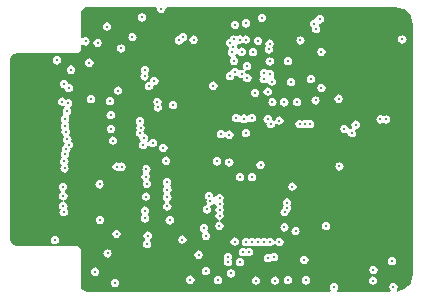
<source format=gbr>
%TF.GenerationSoftware,Altium Limited,Altium Designer,24.8.2 (39)*%
G04 Layer_Physical_Order=2*
G04 Layer_Color=36540*
%FSLAX45Y45*%
%MOMM*%
%TF.SameCoordinates,B03309B8-0E9A-45A2-8570-9956D1A1A338*%
%TF.FilePolarity,Positive*%
%TF.FileFunction,Copper,L2,Inr,Signal*%
%TF.Part,CustomerPanel*%
G01*
G75*
%TA.AperFunction,ViaPad*%
%ADD44C,0.30000*%
G36*
X4340436Y3700909D02*
X4378117Y3685301D01*
X4410475Y3660472D01*
X4435304Y3628114D01*
X4450912Y3590433D01*
X4456163Y3550543D01*
X4456054Y3549996D01*
Y1449996D01*
X4456163Y1449448D01*
X4450912Y1409559D01*
X4435304Y1371877D01*
X4410475Y1339520D01*
X4378117Y1314691D01*
X4340436Y1299082D01*
X4322768Y1296756D01*
X4317553Y1305756D01*
X4316061Y1311003D01*
X4322968Y1321339D01*
X4325684Y1334996D01*
X4322968Y1348652D01*
X4315232Y1360229D01*
X4303655Y1367965D01*
X4289999Y1370681D01*
X4276342Y1367965D01*
X4264765Y1360229D01*
X4257029Y1348652D01*
X4254313Y1334996D01*
X4257029Y1321339D01*
X4264765Y1309762D01*
X4265995Y1308940D01*
X4261445Y1293940D01*
X3818587D01*
X3814710Y1300275D01*
X3812217Y1308940D01*
X3818485Y1318321D01*
X3821202Y1331978D01*
X3818485Y1345634D01*
X3810750Y1357211D01*
X3799172Y1364947D01*
X3785516Y1367663D01*
X3771860Y1364947D01*
X3760283Y1357211D01*
X3752547Y1345634D01*
X3749830Y1331978D01*
X3752547Y1318321D01*
X3758815Y1308940D01*
X3756323Y1300275D01*
X3752446Y1293940D01*
X1699999D01*
Y1294020D01*
X1678578Y1298281D01*
X1660418Y1310415D01*
X1648284Y1328575D01*
X1644023Y1349996D01*
X1643943D01*
X1643942Y1350002D01*
Y1639996D01*
X1640596Y1656813D01*
X1631071Y1671069D01*
X1616814Y1680595D01*
X1599997Y1683940D01*
X1427259D01*
X1425782Y1698940D01*
X1436105Y1700994D01*
X1447682Y1708729D01*
X1455418Y1720306D01*
X1458134Y1733963D01*
X1455418Y1747619D01*
X1447682Y1759196D01*
X1436105Y1766932D01*
X1422449Y1769648D01*
X1408792Y1766932D01*
X1397215Y1759196D01*
X1389479Y1747619D01*
X1386763Y1733963D01*
X1389479Y1720306D01*
X1397215Y1708729D01*
X1408792Y1700994D01*
X1419115Y1698940D01*
X1417638Y1683940D01*
X1099999D01*
Y1684020D01*
X1078578Y1688281D01*
X1060418Y1700415D01*
X1048284Y1718575D01*
X1044023Y1739996D01*
X1043943D01*
Y3259996D01*
X1044023D01*
X1048284Y3281417D01*
X1060418Y3299576D01*
X1078578Y3311710D01*
X1099999Y3315971D01*
Y3316051D01*
X1599997D01*
X1616814Y3319396D01*
X1631071Y3328922D01*
X1640596Y3343179D01*
X1643942Y3359996D01*
Y3382702D01*
X1651528Y3386722D01*
X1658942Y3388642D01*
X1668842Y3382027D01*
X1682499Y3379310D01*
X1696155Y3382027D01*
X1707732Y3389762D01*
X1715468Y3401339D01*
X1718184Y3414996D01*
X1715468Y3428652D01*
X1707732Y3440229D01*
X1696155Y3447965D01*
X1682499Y3450681D01*
X1668842Y3447965D01*
X1658942Y3441350D01*
X1651528Y3443269D01*
X1643942Y3447289D01*
Y3649989D01*
X1643943Y3649996D01*
X1644023D01*
X1648284Y3671417D01*
X1660418Y3689576D01*
X1678578Y3701710D01*
X1699999Y3705971D01*
Y3706051D01*
X2275346D01*
X2287824Y3691895D01*
X2290541Y3678239D01*
X2298277Y3666662D01*
X2309854Y3658926D01*
X2323510Y3656210D01*
X2337167Y3658926D01*
X2348744Y3666662D01*
X2356479Y3678239D01*
X2359196Y3691895D01*
X2371674Y3706051D01*
X4299999D01*
X4300546Y3706160D01*
X4340436Y3700909D01*
D02*
G37*
%LPC*%
G36*
X2160000Y3653181D02*
X2146343Y3650465D01*
X2134766Y3642729D01*
X2127031Y3631152D01*
X2124314Y3617496D01*
X2127031Y3603839D01*
X2134766Y3592262D01*
X2146343Y3584526D01*
X2160000Y3581810D01*
X2173656Y3584526D01*
X2185233Y3592262D01*
X2192969Y3603839D01*
X2195685Y3617496D01*
X2192969Y3631152D01*
X2185233Y3642729D01*
X2173656Y3650465D01*
X2160000Y3653181D01*
D02*
G37*
G36*
X3174998Y3650681D02*
X3161342Y3647965D01*
X3149765Y3640229D01*
X3142029Y3628652D01*
X3139313Y3614996D01*
X3142029Y3601339D01*
X3149765Y3589762D01*
X3161342Y3582026D01*
X3174998Y3579310D01*
X3188655Y3582026D01*
X3200232Y3589762D01*
X3207968Y3601339D01*
X3210684Y3614996D01*
X3207968Y3628652D01*
X3200232Y3640229D01*
X3188655Y3647965D01*
X3174998Y3650681D01*
D02*
G37*
G36*
X3040512Y3603623D02*
X3026856Y3600906D01*
X3015278Y3593171D01*
X3007543Y3581594D01*
X3004826Y3567937D01*
X3007543Y3554281D01*
X3015278Y3542704D01*
X3026856Y3534968D01*
X3040512Y3532252D01*
X3054168Y3534968D01*
X3065745Y3542704D01*
X3073481Y3554281D01*
X3076198Y3567937D01*
X3073481Y3581594D01*
X3065745Y3593171D01*
X3054168Y3600906D01*
X3040512Y3603623D01*
D02*
G37*
G36*
X2949998Y3590681D02*
X2936342Y3587965D01*
X2924765Y3580229D01*
X2917029Y3568652D01*
X2914313Y3554996D01*
X2917029Y3541339D01*
X2924765Y3529762D01*
X2936342Y3522026D01*
X2949998Y3519310D01*
X2963655Y3522026D01*
X2975232Y3529762D01*
X2982968Y3541339D01*
X2985684Y3554996D01*
X2982968Y3568652D01*
X2975232Y3580229D01*
X2963655Y3587965D01*
X2949998Y3590681D01*
D02*
G37*
G36*
X1864920Y3575607D02*
X1851263Y3572891D01*
X1839686Y3565155D01*
X1831950Y3553578D01*
X1829234Y3539922D01*
X1831950Y3526265D01*
X1839686Y3514688D01*
X1851263Y3506952D01*
X1864920Y3504236D01*
X1878576Y3506952D01*
X1890153Y3514688D01*
X1897889Y3526265D01*
X1900605Y3539922D01*
X1897889Y3553578D01*
X1890153Y3565155D01*
X1878576Y3572891D01*
X1864920Y3575607D01*
D02*
G37*
G36*
X3665615Y3637367D02*
X3651959Y3634650D01*
X3640382Y3626915D01*
X3632646Y3615337D01*
X3632456Y3614383D01*
X3620001Y3601566D01*
X3606345Y3598850D01*
X3594768Y3591114D01*
X3587032Y3579537D01*
X3584316Y3565881D01*
X3587032Y3552224D01*
X3594768Y3540647D01*
X3603019Y3535134D01*
X3602029Y3533652D01*
X3599313Y3519996D01*
X3602029Y3506339D01*
X3609765Y3494762D01*
X3621342Y3487027D01*
X3634999Y3484310D01*
X3648655Y3487027D01*
X3660232Y3494762D01*
X3667968Y3506339D01*
X3670684Y3519996D01*
X3667968Y3533652D01*
X3660232Y3545229D01*
X3661890Y3562162D01*
X3665615Y3565995D01*
X3679272Y3568712D01*
X3690849Y3576447D01*
X3698584Y3588025D01*
X3701301Y3601681D01*
X3698584Y3615337D01*
X3690849Y3626915D01*
X3679272Y3634650D01*
X3665615Y3637367D01*
D02*
G37*
G36*
X2507943Y3484278D02*
X2494287Y3481561D01*
X2482709Y3473826D01*
X2474974Y3462249D01*
X2474347Y3459097D01*
X2473280Y3459310D01*
X2459623Y3456593D01*
X2448046Y3448857D01*
X2440311Y3437280D01*
X2437594Y3423624D01*
X2440311Y3409968D01*
X2448046Y3398390D01*
X2459623Y3390655D01*
X2473280Y3387938D01*
X2486936Y3390655D01*
X2498513Y3398390D01*
X2506249Y3409968D01*
X2506876Y3413119D01*
X2507943Y3412907D01*
X2521599Y3415623D01*
X2533177Y3423359D01*
X2540912Y3434936D01*
X2543629Y3448592D01*
X2540912Y3462249D01*
X2533177Y3473826D01*
X2521599Y3481561D01*
X2507943Y3484278D01*
D02*
G37*
G36*
X2079999Y3485681D02*
X2066342Y3482965D01*
X2054765Y3475229D01*
X2047029Y3463652D01*
X2044313Y3449996D01*
X2047029Y3436339D01*
X2054765Y3424762D01*
X2066342Y3417026D01*
X2079999Y3414310D01*
X2093655Y3417026D01*
X2105232Y3424762D01*
X2112968Y3436339D01*
X2115684Y3449996D01*
X2112968Y3463652D01*
X2105232Y3475229D01*
X2093655Y3482965D01*
X2079999Y3485681D01*
D02*
G37*
G36*
X4364735Y3467220D02*
X4351079Y3464503D01*
X4339502Y3456768D01*
X4331766Y3445190D01*
X4329050Y3431534D01*
X4331766Y3417878D01*
X4339502Y3406300D01*
X4351079Y3398565D01*
X4364735Y3395848D01*
X4378392Y3398565D01*
X4389969Y3406300D01*
X4397704Y3417878D01*
X4400421Y3431534D01*
X4397704Y3445190D01*
X4389969Y3456768D01*
X4378392Y3464503D01*
X4364735Y3467220D01*
D02*
G37*
G36*
X2938236Y3466800D02*
X2924579Y3464083D01*
X2913002Y3456348D01*
X2905266Y3444771D01*
X2903764Y3437219D01*
X2893435Y3435164D01*
X2881858Y3427429D01*
X2874123Y3415851D01*
X2871406Y3402195D01*
X2874123Y3388539D01*
X2881858Y3376961D01*
X2893435Y3369226D01*
X2897477Y3368422D01*
X2896773Y3364882D01*
X2899490Y3351225D01*
X2901696Y3347923D01*
X2898952Y3346090D01*
X2891216Y3334513D01*
X2888500Y3320856D01*
X2891216Y3307200D01*
X2898952Y3295623D01*
X2908436Y3289286D01*
X2911108Y3283267D01*
X2912495Y3272202D01*
X2906877Y3263795D01*
X2904161Y3250139D01*
X2906877Y3236482D01*
X2914613Y3224905D01*
X2926190Y3217169D01*
X2939847Y3214453D01*
X2953503Y3217169D01*
X2965080Y3224905D01*
X2972816Y3236482D01*
X2975532Y3250139D01*
X2972816Y3263795D01*
X2965080Y3275372D01*
X2955596Y3281709D01*
X2952924Y3287728D01*
X2951537Y3298793D01*
X2957155Y3307200D01*
X2957751Y3310196D01*
X2965130Y3312068D01*
X2973360Y3311780D01*
X2979739Y3302233D01*
X2991316Y3294498D01*
X3004972Y3291781D01*
X3018628Y3294498D01*
X3030206Y3302233D01*
X3037941Y3313811D01*
X3040658Y3327467D01*
X3037941Y3341123D01*
X3030206Y3352701D01*
X3018628Y3360436D01*
X3004972Y3363153D01*
X2991316Y3360436D01*
X2981211Y3353685D01*
X2975650Y3355490D01*
X2967397Y3361121D01*
X2968145Y3364882D01*
X2965428Y3378538D01*
X2971734Y3396100D01*
X2975644Y3397493D01*
X2976342Y3397026D01*
X2989999Y3394310D01*
X3003655Y3397026D01*
X3014993Y3404602D01*
X3026338Y3397022D01*
X3039994Y3394305D01*
X3053651Y3397022D01*
X3065228Y3404757D01*
X3072964Y3416335D01*
X3075680Y3429991D01*
X3072964Y3443647D01*
X3065228Y3455225D01*
X3053651Y3462960D01*
X3039994Y3465677D01*
X3026338Y3462960D01*
X3015000Y3455385D01*
X3003655Y3462965D01*
X2989999Y3465681D01*
X2976342Y3462965D01*
X2964765Y3455229D01*
X2964217D01*
X2963469Y3456348D01*
X2951892Y3464083D01*
X2938236Y3466800D01*
D02*
G37*
G36*
X2597090Y3464706D02*
X2583434Y3461989D01*
X2571856Y3454253D01*
X2564121Y3442676D01*
X2561404Y3429020D01*
X2564121Y3415364D01*
X2571856Y3403786D01*
X2583434Y3396051D01*
X2597090Y3393334D01*
X2610746Y3396051D01*
X2622324Y3403786D01*
X2630059Y3415364D01*
X2632776Y3429020D01*
X2630059Y3442676D01*
X2622324Y3454253D01*
X2610746Y3461989D01*
X2597090Y3464706D01*
D02*
G37*
G36*
X3502233Y3458449D02*
X3488576Y3455732D01*
X3476999Y3447997D01*
X3469264Y3436419D01*
X3466547Y3422763D01*
X3469264Y3409107D01*
X3476999Y3397529D01*
X3488576Y3389794D01*
X3502233Y3387077D01*
X3515889Y3389794D01*
X3527466Y3397529D01*
X3535202Y3409107D01*
X3537919Y3422763D01*
X3535202Y3436419D01*
X3527466Y3447997D01*
X3515889Y3455732D01*
X3502233Y3458449D01*
D02*
G37*
G36*
X3144999Y3455681D02*
X3131342Y3452965D01*
X3119765Y3445229D01*
X3112029Y3433652D01*
X3109313Y3419996D01*
X3112029Y3406339D01*
X3119765Y3394762D01*
X3131342Y3387026D01*
X3144999Y3384310D01*
X3158655Y3387026D01*
X3170232Y3394762D01*
X3177968Y3406339D01*
X3180684Y3419996D01*
X3177968Y3433652D01*
X3170232Y3445229D01*
X3158655Y3452965D01*
X3144999Y3455681D01*
D02*
G37*
G36*
X1784573Y3438966D02*
X1770917Y3436250D01*
X1759339Y3428514D01*
X1751604Y3416937D01*
X1748887Y3403281D01*
X1751604Y3389624D01*
X1759339Y3378047D01*
X1770917Y3370312D01*
X1784573Y3367595D01*
X1798229Y3370312D01*
X1809807Y3378047D01*
X1817542Y3389624D01*
X1820259Y3403281D01*
X1817542Y3416937D01*
X1809807Y3428514D01*
X1798229Y3436250D01*
X1784573Y3438966D01*
D02*
G37*
G36*
X1984999Y3390681D02*
X1971342Y3387965D01*
X1959765Y3380229D01*
X1952029Y3368652D01*
X1949313Y3354996D01*
X1952029Y3341339D01*
X1959765Y3329762D01*
X1971342Y3322026D01*
X1984999Y3319310D01*
X1998655Y3322026D01*
X2010232Y3329762D01*
X2017968Y3341339D01*
X2020684Y3354996D01*
X2017968Y3368652D01*
X2010232Y3380229D01*
X1998655Y3387965D01*
X1984999Y3390681D01*
D02*
G37*
G36*
X3241066Y3431044D02*
X3227410Y3428328D01*
X3215833Y3420592D01*
X3208097Y3409015D01*
X3205381Y3395358D01*
X3208097Y3381702D01*
X3212783Y3374690D01*
X3209848Y3372729D01*
X3202113Y3361152D01*
X3199396Y3347496D01*
X3202113Y3333839D01*
X3209848Y3322262D01*
X3221426Y3314527D01*
X3235082Y3311810D01*
X3248738Y3314527D01*
X3260316Y3322262D01*
X3268051Y3333839D01*
X3270768Y3347496D01*
X3268051Y3361152D01*
X3263366Y3368164D01*
X3266300Y3370125D01*
X3274036Y3381702D01*
X3276752Y3395358D01*
X3274036Y3409015D01*
X3266300Y3420592D01*
X3254723Y3428328D01*
X3241066Y3431044D01*
D02*
G37*
G36*
X3680102Y3362731D02*
X3666446Y3360015D01*
X3654869Y3352279D01*
X3647133Y3340702D01*
X3644417Y3327045D01*
X3647133Y3313389D01*
X3654869Y3301812D01*
X3666446Y3294076D01*
X3680102Y3291360D01*
X3693759Y3294076D01*
X3705336Y3301812D01*
X3713072Y3313389D01*
X3715788Y3327045D01*
X3713072Y3340702D01*
X3705336Y3352279D01*
X3693759Y3360015D01*
X3680102Y3362731D01*
D02*
G37*
G36*
X3099999Y3360681D02*
X3086342Y3357965D01*
X3074765Y3350229D01*
X3067029Y3338652D01*
X3064313Y3324996D01*
X3067029Y3311339D01*
X3074765Y3299762D01*
X3086342Y3292026D01*
X3099999Y3289310D01*
X3113655Y3292026D01*
X3125232Y3299762D01*
X3132968Y3311339D01*
X3135684Y3324996D01*
X3132968Y3338652D01*
X3125232Y3350229D01*
X3113655Y3357965D01*
X3099999Y3360681D01*
D02*
G37*
G36*
X1439419Y3290081D02*
X1425763Y3287365D01*
X1414185Y3279629D01*
X1406450Y3268052D01*
X1403733Y3254396D01*
X1406450Y3240739D01*
X1414185Y3229162D01*
X1425763Y3221426D01*
X1439419Y3218710D01*
X1453075Y3221426D01*
X1464653Y3229162D01*
X1472388Y3240739D01*
X1475105Y3254396D01*
X1472388Y3268052D01*
X1464653Y3279629D01*
X1453075Y3287365D01*
X1439419Y3290081D01*
D02*
G37*
G36*
X3396461Y3285046D02*
X3382805Y3282330D01*
X3371228Y3274594D01*
X3363492Y3263017D01*
X3360776Y3249361D01*
X3363492Y3235704D01*
X3371228Y3224127D01*
X3382805Y3216391D01*
X3396461Y3213675D01*
X3410118Y3216391D01*
X3421695Y3224127D01*
X3429431Y3235704D01*
X3432147Y3249361D01*
X3429431Y3263017D01*
X3421695Y3274594D01*
X3410118Y3282330D01*
X3396461Y3285046D01*
D02*
G37*
G36*
X3241867Y3280882D02*
X3228210Y3278166D01*
X3216633Y3270430D01*
X3208897Y3258853D01*
X3206181Y3245197D01*
X3208897Y3231540D01*
X3216633Y3219963D01*
X3228210Y3212228D01*
X3241867Y3209511D01*
X3255523Y3212228D01*
X3267100Y3219963D01*
X3274836Y3231540D01*
X3277552Y3245197D01*
X3274836Y3258853D01*
X3267100Y3270430D01*
X3255523Y3278166D01*
X3241867Y3280882D01*
D02*
G37*
G36*
X1714999Y3270681D02*
X1701342Y3267965D01*
X1689765Y3260229D01*
X1682029Y3248652D01*
X1679313Y3234996D01*
X1682029Y3221339D01*
X1689765Y3209762D01*
X1701342Y3202026D01*
X1714999Y3199310D01*
X1728655Y3202026D01*
X1740232Y3209762D01*
X1747968Y3221339D01*
X1750684Y3234996D01*
X1747968Y3248652D01*
X1740232Y3260229D01*
X1728655Y3267965D01*
X1714999Y3270681D01*
D02*
G37*
G36*
X3049998Y3240681D02*
X3036342Y3237965D01*
X3024765Y3230229D01*
X3017029Y3218652D01*
X3014313Y3204996D01*
X3017029Y3191339D01*
X3021229Y3185054D01*
X3012209Y3171554D01*
X3006099Y3172769D01*
X2992963Y3170156D01*
X2989441Y3169763D01*
X2977968Y3168652D01*
X2970232Y3180229D01*
X2958655Y3187965D01*
X2944998Y3190681D01*
X2931342Y3187965D01*
X2919765Y3180229D01*
X2912029Y3168652D01*
X2909313Y3154996D01*
X2909169Y3154852D01*
X2904999Y3155682D01*
X2891342Y3152965D01*
X2879765Y3145229D01*
X2872029Y3133652D01*
X2869313Y3119996D01*
X2872029Y3106339D01*
X2879765Y3094762D01*
X2891342Y3087027D01*
X2904999Y3084310D01*
X2918655Y3087027D01*
X2930232Y3094762D01*
X2937968Y3106339D01*
X2940684Y3119996D01*
X2940828Y3120140D01*
X2944998Y3119310D01*
X2958135Y3121923D01*
X2961657Y3122317D01*
X2973130Y3123427D01*
X2980866Y3111850D01*
X2992443Y3104114D01*
X3006099Y3101398D01*
X3016968Y3103560D01*
X3019587Y3090396D01*
X3027322Y3078819D01*
X3038900Y3071083D01*
X3052556Y3068366D01*
X3066212Y3071083D01*
X3077790Y3078819D01*
X3085525Y3090396D01*
X3088242Y3104052D01*
X3085525Y3117709D01*
X3077790Y3129286D01*
X3066212Y3137021D01*
X3052556Y3139738D01*
X3041687Y3137576D01*
X3039069Y3150740D01*
X3034869Y3157025D01*
X3043889Y3170525D01*
X3049998Y3169310D01*
X3063655Y3172026D01*
X3075232Y3179762D01*
X3082968Y3191339D01*
X3085684Y3204996D01*
X3082968Y3218652D01*
X3075232Y3230229D01*
X3063655Y3237965D01*
X3049998Y3240681D01*
D02*
G37*
G36*
X1559998Y3210681D02*
X1546342Y3207965D01*
X1534765Y3200229D01*
X1527029Y3188652D01*
X1524313Y3174996D01*
X1527029Y3161339D01*
X1534765Y3149762D01*
X1546342Y3142026D01*
X1559998Y3139310D01*
X1573655Y3142026D01*
X1585232Y3149762D01*
X1592968Y3161339D01*
X1595684Y3174996D01*
X1592968Y3188652D01*
X1585232Y3200229D01*
X1573655Y3207965D01*
X1559998Y3210681D01*
D02*
G37*
G36*
X2185379Y3210300D02*
X2171723Y3207584D01*
X2160146Y3199848D01*
X2152410Y3188271D01*
X2149694Y3174614D01*
X2152410Y3160958D01*
X2153599Y3159179D01*
X2157129Y3143497D01*
X2149394Y3131920D01*
X2146677Y3118263D01*
X2149394Y3104607D01*
X2157129Y3093030D01*
X2168707Y3085294D01*
X2182363Y3082578D01*
X2196019Y3085294D01*
X2207597Y3093030D01*
X2215332Y3104607D01*
X2218049Y3118263D01*
X2215332Y3131920D01*
X2214143Y3133699D01*
X2210613Y3149381D01*
X2218349Y3160958D01*
X2221065Y3174614D01*
X2218349Y3188271D01*
X2210613Y3199848D01*
X2199036Y3207584D01*
X2185379Y3210300D01*
D02*
G37*
G36*
X3589998Y3130681D02*
X3576342Y3127965D01*
X3564765Y3120229D01*
X3557029Y3108652D01*
X3554313Y3094996D01*
X3557029Y3081339D01*
X3564765Y3069762D01*
X3576342Y3062026D01*
X3589998Y3059310D01*
X3603655Y3062026D01*
X3615232Y3069762D01*
X3622968Y3081339D01*
X3625684Y3094996D01*
X3622968Y3108652D01*
X3615232Y3120229D01*
X3603655Y3127965D01*
X3589998Y3130681D01*
D02*
G37*
G36*
X3196521Y3181352D02*
X3182865Y3178635D01*
X3171288Y3170899D01*
X3163552Y3159322D01*
X3160836Y3145666D01*
X3163552Y3132009D01*
X3169896Y3122515D01*
X3166067Y3119957D01*
X3158332Y3108380D01*
X3155615Y3094724D01*
X3158332Y3081067D01*
X3166067Y3069490D01*
X3177645Y3061755D01*
X3191301Y3059038D01*
X3204957Y3061755D01*
X3212446Y3066759D01*
X3225512Y3063361D01*
X3228873Y3061067D01*
X3228885Y3061005D01*
X3236620Y3049428D01*
X3248198Y3041692D01*
X3261854Y3038976D01*
X3275510Y3041692D01*
X3287088Y3049428D01*
X3294823Y3061005D01*
X3297540Y3074661D01*
X3294823Y3088318D01*
X3287088Y3099895D01*
X3280070Y3104584D01*
X3275526Y3109449D01*
X3275640Y3122899D01*
X3278089Y3126564D01*
X3280806Y3140221D01*
X3278089Y3153877D01*
X3270354Y3165454D01*
X3258777Y3173190D01*
X3245120Y3175906D01*
X3231464Y3173190D01*
X3223694Y3167998D01*
X3221755Y3170899D01*
X3210178Y3178635D01*
X3196521Y3181352D01*
D02*
G37*
G36*
X3423900Y3104970D02*
X3410244Y3102253D01*
X3398666Y3094518D01*
X3390931Y3082940D01*
X3388214Y3069284D01*
X3390931Y3055628D01*
X3398666Y3044051D01*
X3410244Y3036315D01*
X3423900Y3033598D01*
X3437556Y3036315D01*
X3449134Y3044051D01*
X3456869Y3055628D01*
X3459586Y3069284D01*
X3456869Y3082940D01*
X3449134Y3094518D01*
X3437556Y3102253D01*
X3423900Y3104970D01*
D02*
G37*
G36*
X2764999Y3075681D02*
X2751342Y3072965D01*
X2739765Y3065229D01*
X2732029Y3053652D01*
X2729313Y3039996D01*
X2732029Y3026339D01*
X2739765Y3014762D01*
X2751342Y3007026D01*
X2764999Y3004310D01*
X2778655Y3007026D01*
X2790232Y3014762D01*
X2797968Y3026339D01*
X2800684Y3039996D01*
X2797968Y3053652D01*
X2790232Y3065229D01*
X2778655Y3072965D01*
X2764999Y3075681D01*
D02*
G37*
G36*
X2264999Y3115681D02*
X2251342Y3112965D01*
X2239765Y3105229D01*
X2232029Y3093652D01*
X2229944Y3083168D01*
X2218682Y3072715D01*
X2205026Y3069998D01*
X2193449Y3062263D01*
X2185713Y3050685D01*
X2182997Y3037029D01*
X2185713Y3023373D01*
X2193449Y3011795D01*
X2205026Y3004060D01*
X2218683Y3001343D01*
X2232339Y3004060D01*
X2243916Y3011795D01*
X2251652Y3023373D01*
X2253737Y3033856D01*
X2264999Y3044310D01*
X2278655Y3047026D01*
X2290232Y3054762D01*
X2297968Y3066339D01*
X2300684Y3079996D01*
X2297968Y3093652D01*
X2290232Y3105229D01*
X2278655Y3112965D01*
X2264999Y3115681D01*
D02*
G37*
G36*
X3679998Y3055681D02*
X3666342Y3052965D01*
X3654765Y3045229D01*
X3647029Y3033652D01*
X3644313Y3019996D01*
X3647029Y3006339D01*
X3654765Y2994762D01*
X3666342Y2987027D01*
X3679998Y2984310D01*
X3693655Y2987027D01*
X3705232Y2994762D01*
X3712968Y3006339D01*
X3715684Y3019996D01*
X3712968Y3033652D01*
X3705232Y3045229D01*
X3693655Y3052965D01*
X3679998Y3055681D01*
D02*
G37*
G36*
X1499999Y3090681D02*
X1486342Y3087965D01*
X1474765Y3080229D01*
X1467029Y3068652D01*
X1464313Y3054996D01*
X1467029Y3041339D01*
X1474765Y3029762D01*
X1486342Y3022026D01*
X1499998Y3019310D01*
X1507029Y3006338D01*
X1514764Y2994761D01*
X1526342Y2987025D01*
X1539998Y2984309D01*
X1553654Y2987025D01*
X1565232Y2994761D01*
X1572967Y3006338D01*
X1575684Y3019994D01*
X1572967Y3033651D01*
X1565232Y3045228D01*
X1553654Y3052964D01*
X1539998Y3055680D01*
X1535829Y3054851D01*
X1535684Y3054996D01*
X1532968Y3068652D01*
X1525232Y3080229D01*
X1513655Y3087965D01*
X1499999Y3090681D01*
D02*
G37*
G36*
X1959998Y3033890D02*
X1946342Y3031173D01*
X1934765Y3023437D01*
X1927029Y3011860D01*
X1924313Y2998204D01*
X1927029Y2984547D01*
X1934765Y2972970D01*
X1946342Y2965235D01*
X1959998Y2962518D01*
X1973655Y2965235D01*
X1985232Y2972970D01*
X1992968Y2984547D01*
X1995684Y2998204D01*
X1992968Y3011860D01*
X1985232Y3023437D01*
X1973655Y3031173D01*
X1959998Y3033890D01*
D02*
G37*
G36*
X3224999Y3025681D02*
X3211342Y3022965D01*
X3199765Y3015229D01*
X3192029Y3003652D01*
X3189313Y2989996D01*
X3192029Y2976339D01*
X3199765Y2964762D01*
X3211342Y2957026D01*
X3224999Y2954310D01*
X3238655Y2957026D01*
X3250232Y2964762D01*
X3257968Y2976339D01*
X3260684Y2989996D01*
X3257968Y3003652D01*
X3250232Y3015229D01*
X3238655Y3022965D01*
X3224999Y3025681D01*
D02*
G37*
G36*
X3119414Y3015599D02*
X3105757Y3012882D01*
X3094180Y3005147D01*
X3086444Y2993570D01*
X3083728Y2979913D01*
X3086444Y2966257D01*
X3094180Y2954680D01*
X3105757Y2946944D01*
X3119414Y2944228D01*
X3133070Y2946944D01*
X3144647Y2954680D01*
X3152383Y2966257D01*
X3155099Y2979913D01*
X3152383Y2993570D01*
X3144647Y3005147D01*
X3133070Y3012882D01*
X3119414Y3015599D01*
D02*
G37*
G36*
X3824998Y2965681D02*
X3811342Y2962965D01*
X3799765Y2955229D01*
X3792029Y2943652D01*
X3789313Y2929996D01*
X3792029Y2916339D01*
X3799765Y2904762D01*
X3811342Y2897026D01*
X3824998Y2894310D01*
X3838655Y2897026D01*
X3850232Y2904762D01*
X3857968Y2916339D01*
X3860684Y2929996D01*
X3857968Y2943652D01*
X3850232Y2955229D01*
X3838655Y2962965D01*
X3824998Y2965681D01*
D02*
G37*
G36*
X1729954Y2962807D02*
X1716298Y2960090D01*
X1704720Y2952355D01*
X1696985Y2940777D01*
X1694268Y2927121D01*
X1696985Y2913465D01*
X1704720Y2901888D01*
X1716298Y2894152D01*
X1729954Y2891435D01*
X1743610Y2894152D01*
X1755188Y2901888D01*
X1762923Y2913465D01*
X1765640Y2927121D01*
X1762923Y2940777D01*
X1755188Y2952355D01*
X1743610Y2960090D01*
X1729954Y2962807D01*
D02*
G37*
G36*
X3629999Y2950681D02*
X3616342Y2947965D01*
X3604765Y2940229D01*
X3597029Y2928652D01*
X3594313Y2914996D01*
X3597029Y2901339D01*
X3604765Y2889762D01*
X3616342Y2882026D01*
X3629999Y2879310D01*
X3643655Y2882026D01*
X3655232Y2889762D01*
X3662968Y2901339D01*
X3665684Y2914996D01*
X3662968Y2928652D01*
X3655232Y2940229D01*
X3643655Y2947965D01*
X3629999Y2950681D01*
D02*
G37*
G36*
X1889998Y2945681D02*
X1876342Y2942965D01*
X1864765Y2935229D01*
X1857029Y2923652D01*
X1854313Y2909996D01*
X1857029Y2896339D01*
X1864765Y2884762D01*
X1876342Y2877027D01*
X1889998Y2874310D01*
X1903655Y2877027D01*
X1915232Y2884762D01*
X1922967Y2896339D01*
X1925684Y2909996D01*
X1922967Y2923652D01*
X1915232Y2935229D01*
X1903655Y2942965D01*
X1889998Y2945681D01*
D02*
G37*
G36*
X3474998Y2935681D02*
X3461342Y2932965D01*
X3449765Y2925229D01*
X3442029Y2913652D01*
X3439313Y2899996D01*
X3442029Y2886339D01*
X3449765Y2874762D01*
X3461342Y2867027D01*
X3474998Y2864310D01*
X3488655Y2867027D01*
X3500232Y2874762D01*
X3507968Y2886339D01*
X3510684Y2899996D01*
X3507968Y2913652D01*
X3500232Y2925229D01*
X3488655Y2932965D01*
X3474998Y2935681D01*
D02*
G37*
G36*
X3264999D02*
X3251342Y2932965D01*
X3239765Y2925229D01*
X3232029Y2913652D01*
X3229313Y2899996D01*
X3232029Y2886339D01*
X3239765Y2874762D01*
X3251342Y2867027D01*
X3264999Y2864310D01*
X3278655Y2867027D01*
X3290232Y2874762D01*
X3297968Y2886339D01*
X3300684Y2899996D01*
X3297968Y2913652D01*
X3290232Y2925229D01*
X3278655Y2932965D01*
X3264999Y2935681D01*
D02*
G37*
G36*
X3365656Y2934316D02*
X3352000Y2931599D01*
X3340423Y2923864D01*
X3332687Y2912287D01*
X3329970Y2898630D01*
X3332687Y2884974D01*
X3340423Y2873397D01*
X3352000Y2865661D01*
X3365656Y2862944D01*
X3379313Y2865661D01*
X3390890Y2873397D01*
X3398625Y2884974D01*
X3401342Y2898630D01*
X3398625Y2912287D01*
X3390890Y2923864D01*
X3379313Y2931599D01*
X3365656Y2934316D01*
D02*
G37*
G36*
X2424998Y2910682D02*
X2411342Y2907965D01*
X2399765Y2900229D01*
X2392029Y2888652D01*
X2389313Y2874996D01*
X2392029Y2861339D01*
X2399765Y2849762D01*
X2411342Y2842027D01*
X2424998Y2839310D01*
X2438655Y2842027D01*
X2450232Y2849762D01*
X2457968Y2861339D01*
X2460684Y2874996D01*
X2457968Y2888652D01*
X2450232Y2900229D01*
X2438655Y2907965D01*
X2424998Y2910682D01*
D02*
G37*
G36*
X2291615Y2936796D02*
X2277959Y2934079D01*
X2266382Y2926344D01*
X2258646Y2914766D01*
X2255930Y2901110D01*
X2258646Y2887454D01*
X2266382Y2875876D01*
X2266710Y2875657D01*
X2262029Y2868652D01*
X2259313Y2854996D01*
X2262029Y2841339D01*
X2269765Y2829762D01*
X2281342Y2822026D01*
X2294998Y2819310D01*
X2308655Y2822026D01*
X2320232Y2829762D01*
X2327968Y2841339D01*
X2330684Y2854996D01*
X2327968Y2868652D01*
X2320232Y2880229D01*
X2319904Y2880448D01*
X2324585Y2887454D01*
X2327301Y2901110D01*
X2324585Y2914766D01*
X2316849Y2926344D01*
X2305272Y2934079D01*
X2291615Y2936796D01*
D02*
G37*
G36*
X3089998Y2800681D02*
X3076342Y2797965D01*
X3064880Y2790307D01*
X3064753Y2790225D01*
X3050232Y2785229D01*
X3038655Y2792965D01*
X3024999Y2795681D01*
X3011342Y2792965D01*
X2999765Y2785229D01*
X2985244Y2790225D01*
X2985117Y2790306D01*
X2973655Y2797965D01*
X2959998Y2800681D01*
X2946342Y2797965D01*
X2934765Y2790229D01*
X2927029Y2778652D01*
X2924313Y2764996D01*
X2927029Y2751339D01*
X2934765Y2739762D01*
X2946342Y2732027D01*
X2959998Y2729310D01*
X2973655Y2732027D01*
X2985232Y2739762D01*
X2999753Y2734766D01*
X2999880Y2734685D01*
X3011342Y2727027D01*
X3024999Y2724310D01*
X3038655Y2727027D01*
X3050117Y2734685D01*
X3050244Y2734766D01*
X3064765Y2739762D01*
X3076342Y2732027D01*
X3089998Y2729310D01*
X3103655Y2732027D01*
X3115232Y2739762D01*
X3122968Y2751339D01*
X3125684Y2764996D01*
X3122968Y2778652D01*
X3115232Y2790229D01*
X3103655Y2797965D01*
X3089998Y2800681D01*
D02*
G37*
G36*
X1895370Y2825681D02*
X1881713Y2822965D01*
X1870136Y2815229D01*
X1862400Y2803652D01*
X1859684Y2789996D01*
X1862400Y2776339D01*
X1870136Y2764762D01*
X1881713Y2757026D01*
X1895370Y2754310D01*
X1909026Y2757026D01*
X1920603Y2764762D01*
X1928339Y2776339D01*
X1931055Y2789996D01*
X1928339Y2803652D01*
X1920603Y2815229D01*
X1909026Y2822965D01*
X1895370Y2825681D01*
D02*
G37*
G36*
X3538717Y2751147D02*
X3525061Y2748430D01*
X3516509Y2742717D01*
X3508655Y2747965D01*
X3494999Y2750681D01*
X3481342Y2747965D01*
X3469765Y2740229D01*
X3462029Y2728652D01*
X3459313Y2714996D01*
X3462029Y2701339D01*
X3469765Y2689762D01*
X3481342Y2682026D01*
X3494999Y2679310D01*
X3508655Y2682026D01*
X3517206Y2687740D01*
X3525061Y2682492D01*
X3538717Y2679775D01*
X3552373Y2682492D01*
X3559617Y2687332D01*
X3569355Y2680825D01*
X3583012Y2678108D01*
X3596668Y2680825D01*
X3608245Y2688561D01*
X3615981Y2700138D01*
X3618697Y2713794D01*
X3615981Y2727450D01*
X3608245Y2739028D01*
X3596668Y2746763D01*
X3583012Y2749480D01*
X3569355Y2746763D01*
X3562112Y2741923D01*
X3552373Y2748430D01*
X3538717Y2751147D01*
D02*
G37*
G36*
X4179998Y2790681D02*
X4166342Y2787965D01*
X4154765Y2780229D01*
X4147029Y2768652D01*
X4144313Y2754996D01*
X4147029Y2741339D01*
X4154765Y2729762D01*
X4166342Y2722027D01*
X4179998Y2719310D01*
X4193655Y2722027D01*
X4203193Y2728400D01*
X4214482Y2720857D01*
X4228138Y2718140D01*
X4241794Y2720857D01*
X4253371Y2728592D01*
X4261107Y2740170D01*
X4263824Y2753826D01*
X4261107Y2767482D01*
X4253371Y2779060D01*
X4241794Y2786795D01*
X4228138Y2789512D01*
X4214482Y2786795D01*
X4204944Y2780422D01*
X4193655Y2787965D01*
X4179998Y2790681D01*
D02*
G37*
G36*
X3224999D02*
X3211342Y2787965D01*
X3199765Y2780229D01*
X3192029Y2768652D01*
X3189313Y2754996D01*
X3192029Y2741339D01*
X3199765Y2729762D01*
X3211342Y2722027D01*
X3215541Y2721191D01*
X3214308Y2714993D01*
X3217025Y2701336D01*
X3224760Y2689759D01*
X3236338Y2682023D01*
X3249994Y2679307D01*
X3263650Y2682023D01*
X3275228Y2689759D01*
X3282963Y2701336D01*
X3285412Y2713647D01*
X3291331Y2716864D01*
X3291677Y2716979D01*
X3300150Y2719131D01*
X3311073Y2711833D01*
X3324729Y2709117D01*
X3338386Y2711833D01*
X3349963Y2719569D01*
X3357699Y2731146D01*
X3360415Y2744802D01*
X3357699Y2758459D01*
X3349963Y2770036D01*
X3338386Y2777772D01*
X3324729Y2780488D01*
X3311073Y2777772D01*
X3299496Y2770036D01*
X3291760Y2758459D01*
X3289311Y2746148D01*
X3283392Y2742931D01*
X3283047Y2742816D01*
X3274573Y2740664D01*
X3263650Y2747962D01*
X3259451Y2748797D01*
X3260684Y2754996D01*
X3257968Y2768652D01*
X3250232Y2780229D01*
X3238655Y2787965D01*
X3224999Y2790681D01*
D02*
G37*
G36*
X3969998Y2745681D02*
X3956342Y2742965D01*
X3944765Y2735229D01*
X3937029Y2723652D01*
X3934313Y2709996D01*
X3937029Y2696339D01*
X3942702Y2687849D01*
X3941621Y2681984D01*
X3939743Y2677438D01*
X3936324Y2672450D01*
X3926342Y2670465D01*
X3925350Y2669802D01*
X3921486Y2670512D01*
X3909710Y2677392D01*
X3907968Y2686152D01*
X3900232Y2697729D01*
X3888655Y2705465D01*
X3874999Y2708182D01*
X3861342Y2705465D01*
X3849765Y2697729D01*
X3842029Y2686152D01*
X3839313Y2672496D01*
X3842029Y2658839D01*
X3849765Y2647262D01*
X3861342Y2639527D01*
X3874999Y2636810D01*
X3888655Y2639527D01*
X3889647Y2640190D01*
X3893511Y2639480D01*
X3905287Y2632599D01*
X3907029Y2623839D01*
X3914765Y2612262D01*
X3926342Y2604526D01*
X3939998Y2601810D01*
X3953655Y2604526D01*
X3965232Y2612262D01*
X3972968Y2623839D01*
X3975684Y2637496D01*
X3972968Y2651152D01*
X3967295Y2659642D01*
X3968376Y2665507D01*
X3970253Y2670053D01*
X3973673Y2675041D01*
X3983655Y2677026D01*
X3995232Y2684762D01*
X4002968Y2696339D01*
X4005684Y2709996D01*
X4002968Y2723652D01*
X3995232Y2735229D01*
X3983655Y2742965D01*
X3969998Y2745681D01*
D02*
G37*
G36*
X1899107Y2710682D02*
X1885451Y2707966D01*
X1873874Y2700230D01*
X1866138Y2688653D01*
X1863421Y2674996D01*
X1866138Y2661340D01*
X1873874Y2649763D01*
X1885451Y2642027D01*
X1899107Y2639311D01*
X1912764Y2642027D01*
X1924341Y2649763D01*
X1932076Y2661340D01*
X1934793Y2674996D01*
X1932076Y2688653D01*
X1924341Y2700230D01*
X1912764Y2707966D01*
X1899107Y2710682D01*
D02*
G37*
G36*
X3039055Y2673181D02*
X3025399Y2670465D01*
X3013822Y2662729D01*
X3006086Y2651152D01*
X3003370Y2637496D01*
X3006086Y2623839D01*
X3013822Y2612262D01*
X3025399Y2604526D01*
X3039055Y2601810D01*
X3052712Y2604526D01*
X3064289Y2612262D01*
X3072025Y2623839D01*
X3074741Y2637496D01*
X3072025Y2651152D01*
X3064289Y2662729D01*
X3052712Y2670465D01*
X3039055Y2673181D01*
D02*
G37*
G36*
X2829998Y2665681D02*
X2816342Y2662965D01*
X2804765Y2655229D01*
X2797029Y2643652D01*
X2794313Y2629996D01*
X2797029Y2616339D01*
X2804765Y2604762D01*
X2816342Y2597027D01*
X2829998Y2594310D01*
X2843655Y2597027D01*
X2854904Y2604543D01*
X2855287Y2604758D01*
X2872348Y2603379D01*
X2874765Y2599762D01*
X2886342Y2592027D01*
X2899999Y2589310D01*
X2913655Y2592027D01*
X2925232Y2599762D01*
X2932968Y2611339D01*
X2935684Y2624996D01*
X2932968Y2638652D01*
X2925232Y2650229D01*
X2913655Y2657965D01*
X2899999Y2660681D01*
X2886342Y2657965D01*
X2875093Y2650449D01*
X2874710Y2650234D01*
X2857649Y2651612D01*
X2855232Y2655229D01*
X2843655Y2662965D01*
X2829998Y2665681D01*
D02*
G37*
G36*
X1913272Y2610681D02*
X1899615Y2607965D01*
X1888038Y2600229D01*
X1880303Y2588652D01*
X1877586Y2574996D01*
X1880303Y2561339D01*
X1888038Y2549762D01*
X1899615Y2542026D01*
X1913272Y2539310D01*
X1926928Y2542026D01*
X1938505Y2549762D01*
X1946241Y2561339D01*
X1948957Y2574996D01*
X1946241Y2588652D01*
X1938505Y2600229D01*
X1926928Y2607965D01*
X1913272Y2610681D01*
D02*
G37*
G36*
X2141585Y2775682D02*
X2127929Y2772965D01*
X2116351Y2765229D01*
X2108616Y2753652D01*
X2105899Y2739996D01*
X2108616Y2726339D01*
X2116351Y2714762D01*
X2116197Y2696825D01*
X2115260Y2695422D01*
X2112543Y2681765D01*
X2115260Y2668109D01*
X2120290Y2660580D01*
X2119765Y2660229D01*
X2112029Y2648652D01*
X2109313Y2634996D01*
X2112029Y2621339D01*
X2119765Y2609762D01*
X2131342Y2602027D01*
X2140355Y2600234D01*
X2139313Y2594996D01*
X2142029Y2581339D01*
X2149765Y2569762D01*
Y2563754D01*
X2146607Y2561645D01*
X2138872Y2550067D01*
X2136155Y2536411D01*
X2138872Y2522755D01*
X2146607Y2511177D01*
X2158184Y2503442D01*
X2171841Y2500725D01*
X2185497Y2503442D01*
X2197074Y2511177D01*
X2204810Y2522755D01*
X2206458Y2531038D01*
X2221973Y2534816D01*
X2226531Y2527994D01*
X2238109Y2520258D01*
X2251765Y2517542D01*
X2265421Y2520258D01*
X2276999Y2527994D01*
X2284734Y2539571D01*
X2287451Y2553228D01*
X2284734Y2566884D01*
X2276999Y2578461D01*
X2265421Y2586197D01*
X2251765Y2588913D01*
X2238109Y2586197D01*
X2226531Y2578461D01*
X2219740Y2568296D01*
X2216928Y2566271D01*
X2207942Y2563321D01*
X2202939Y2564057D01*
X2200536Y2569122D01*
X2200359Y2569951D01*
X2207968Y2581339D01*
X2210684Y2594996D01*
X2207968Y2608652D01*
X2200232Y2620229D01*
X2188655Y2627965D01*
X2179642Y2629758D01*
X2180684Y2634996D01*
X2177968Y2648652D01*
X2172937Y2656181D01*
X2173463Y2656532D01*
X2181198Y2668109D01*
X2183915Y2681765D01*
X2181198Y2695422D01*
X2173463Y2706999D01*
X2173617Y2724936D01*
X2174554Y2726339D01*
X2177271Y2739996D01*
X2174554Y2753652D01*
X2166819Y2765229D01*
X2155241Y2772965D01*
X2141585Y2775682D01*
D02*
G37*
G36*
X2341199Y2548810D02*
X2327543Y2546094D01*
X2315965Y2538358D01*
X2308230Y2526781D01*
X2305513Y2513125D01*
X2308230Y2499468D01*
X2315965Y2487891D01*
X2327543Y2480155D01*
X2341199Y2477439D01*
X2354855Y2480155D01*
X2366433Y2487891D01*
X2374168Y2499468D01*
X2376885Y2513125D01*
X2374168Y2526781D01*
X2366433Y2538358D01*
X2354855Y2546094D01*
X2341199Y2548810D01*
D02*
G37*
G36*
X2364999Y2440681D02*
X2351342Y2437965D01*
X2339765Y2430229D01*
X2332029Y2418652D01*
X2329313Y2404996D01*
X2332029Y2391339D01*
X2339765Y2379762D01*
X2351342Y2372026D01*
X2364999Y2369310D01*
X2378655Y2372026D01*
X2390232Y2379762D01*
X2397968Y2391339D01*
X2400684Y2404996D01*
X2397968Y2418652D01*
X2390232Y2430229D01*
X2378655Y2437965D01*
X2364999Y2440681D01*
D02*
G37*
G36*
X2794999Y2435015D02*
X2781343Y2432299D01*
X2769765Y2424563D01*
X2762030Y2412986D01*
X2759313Y2399329D01*
X2762030Y2385673D01*
X2769765Y2374096D01*
X2781343Y2366360D01*
X2794999Y2363644D01*
X2808655Y2366360D01*
X2820233Y2374096D01*
X2827968Y2385673D01*
X2830685Y2399329D01*
X2827968Y2412986D01*
X2820233Y2424563D01*
X2808655Y2432299D01*
X2794999Y2435015D01*
D02*
G37*
G36*
X2899999Y2425681D02*
X2886342Y2422965D01*
X2874765Y2415229D01*
X2867029Y2403652D01*
X2864313Y2389996D01*
X2867029Y2376339D01*
X2874765Y2364762D01*
X2886342Y2357027D01*
X2899999Y2354310D01*
X2913655Y2357027D01*
X2925232Y2364762D01*
X2932968Y2376339D01*
X2935684Y2389996D01*
X2932968Y2403652D01*
X2925232Y2415229D01*
X2913655Y2422965D01*
X2899999Y2425681D01*
D02*
G37*
G36*
X3164509Y2403638D02*
X3150852Y2400922D01*
X3139275Y2393186D01*
X3131540Y2381609D01*
X3128823Y2367952D01*
X3131540Y2354296D01*
X3139275Y2342719D01*
X3150852Y2334983D01*
X3164509Y2332267D01*
X3178165Y2334983D01*
X3189742Y2342719D01*
X3197478Y2354296D01*
X3200195Y2367952D01*
X3197478Y2381609D01*
X3189742Y2393186D01*
X3178165Y2400922D01*
X3164509Y2403638D01*
D02*
G37*
G36*
X3832579Y2391476D02*
X3818923Y2388759D01*
X3807345Y2381024D01*
X3799610Y2369446D01*
X3796893Y2355790D01*
X3799610Y2342134D01*
X3807345Y2330556D01*
X3818923Y2322821D01*
X3832579Y2320104D01*
X3846235Y2322821D01*
X3857813Y2330556D01*
X3865548Y2342134D01*
X3868265Y2355790D01*
X3865548Y2369446D01*
X3857813Y2381024D01*
X3846235Y2388759D01*
X3832579Y2391476D01*
D02*
G37*
G36*
X1945000Y2390475D02*
X1931344Y2387759D01*
X1919767Y2380023D01*
X1912031Y2368446D01*
X1909315Y2354790D01*
X1912031Y2341133D01*
X1919767Y2329556D01*
X1931344Y2321820D01*
X1945000Y2319104D01*
X1958657Y2321820D01*
X1965914Y2326669D01*
X1973842Y2321372D01*
X1987498Y2318655D01*
X2001154Y2321372D01*
X2012732Y2329107D01*
X2020467Y2340684D01*
X2023184Y2354341D01*
X2020467Y2367997D01*
X2012732Y2379574D01*
X2001154Y2387310D01*
X1987498Y2390026D01*
X1973842Y2387310D01*
X1966585Y2382461D01*
X1958657Y2387759D01*
X1945000Y2390475D01*
D02*
G37*
G36*
X1484999Y2940681D02*
X1471342Y2937965D01*
X1459765Y2930229D01*
X1452029Y2918652D01*
X1449313Y2904996D01*
X1452029Y2891339D01*
X1459765Y2879762D01*
X1471342Y2872027D01*
X1484999Y2869310D01*
X1497655Y2871828D01*
X1499609Y2871075D01*
X1500324Y2870586D01*
X1505543Y2866080D01*
X1503893Y2849424D01*
X1499457Y2846460D01*
X1491721Y2834883D01*
X1489005Y2821227D01*
X1491721Y2807570D01*
X1494806Y2802953D01*
X1495996Y2791336D01*
X1490681Y2784183D01*
X1484765Y2780229D01*
X1477029Y2768652D01*
X1474313Y2754996D01*
X1477029Y2741339D01*
X1480843Y2735632D01*
X1484712Y2720176D01*
X1476977Y2708599D01*
X1474260Y2694943D01*
X1476977Y2681287D01*
X1484614Y2669856D01*
X1481094Y2664588D01*
X1478377Y2650931D01*
X1481094Y2637275D01*
X1488829Y2625698D01*
X1494697Y2621777D01*
X1500031Y2614446D01*
X1498808Y2602986D01*
X1495650Y2598259D01*
X1492933Y2584602D01*
X1495650Y2570946D01*
X1503385Y2559369D01*
X1508032Y2556264D01*
X1506750Y2554345D01*
X1504034Y2540689D01*
X1505521Y2533212D01*
X1495322Y2526397D01*
X1487587Y2514820D01*
X1484870Y2501163D01*
X1487587Y2487507D01*
X1487768Y2487236D01*
X1484765Y2485229D01*
X1477029Y2473652D01*
X1474313Y2459996D01*
X1477029Y2446339D01*
X1484765Y2434762D01*
X1476452Y2422276D01*
X1470471Y2413323D01*
X1467754Y2399667D01*
X1470471Y2386011D01*
X1474605Y2379822D01*
X1479765Y2365229D01*
X1472029Y2353652D01*
X1469313Y2339996D01*
X1472029Y2326339D01*
X1479765Y2314762D01*
X1491342Y2307026D01*
X1504999Y2304310D01*
X1518655Y2307026D01*
X1530232Y2314762D01*
X1537968Y2326339D01*
X1540684Y2339996D01*
X1537968Y2353652D01*
X1533833Y2359840D01*
X1528673Y2374434D01*
X1536409Y2386011D01*
X1539125Y2399667D01*
X1536409Y2413323D01*
X1528673Y2424900D01*
X1536986Y2437387D01*
X1542968Y2446339D01*
X1545684Y2459996D01*
X1542968Y2473652D01*
X1542786Y2473923D01*
X1545789Y2475930D01*
X1553525Y2487507D01*
X1556241Y2501163D01*
X1554754Y2508641D01*
X1564953Y2515455D01*
X1572688Y2527033D01*
X1575405Y2540689D01*
X1572688Y2554345D01*
X1564953Y2565923D01*
X1560306Y2569027D01*
X1561588Y2570946D01*
X1564305Y2584602D01*
X1561588Y2598259D01*
X1553853Y2609836D01*
X1547985Y2613757D01*
X1542651Y2621088D01*
X1543874Y2632548D01*
X1547032Y2637275D01*
X1549749Y2650931D01*
X1547032Y2664588D01*
X1539395Y2676018D01*
X1542915Y2681287D01*
X1545632Y2694943D01*
X1542915Y2708599D01*
X1539101Y2714307D01*
X1535232Y2729762D01*
X1542968Y2741339D01*
X1545684Y2754996D01*
X1542968Y2768652D01*
X1539883Y2773269D01*
X1538693Y2784886D01*
X1544008Y2792040D01*
X1549924Y2795993D01*
X1557660Y2807570D01*
X1560376Y2821227D01*
X1557660Y2834883D01*
X1549924Y2846460D01*
X1549983Y2848601D01*
X1552778Y2862594D01*
X1561897Y2868687D01*
X1569633Y2880264D01*
X1572349Y2893920D01*
X1569633Y2907577D01*
X1561897Y2919154D01*
X1550320Y2926889D01*
X1536663Y2929606D01*
X1523007Y2926889D01*
X1515718Y2922019D01*
X1510232Y2930229D01*
X1498655Y2937965D01*
X1484999Y2940681D01*
D02*
G37*
G36*
X3092210Y2300551D02*
X3078554Y2297835D01*
X3066977Y2290099D01*
X3059241Y2278522D01*
X3056524Y2264865D01*
X3059241Y2251209D01*
X3066977Y2239632D01*
X3078554Y2231896D01*
X3092210Y2229180D01*
X3105867Y2231896D01*
X3117444Y2239632D01*
X3125179Y2251209D01*
X3127896Y2264865D01*
X3125179Y2278522D01*
X3117444Y2290099D01*
X3105867Y2297835D01*
X3092210Y2300551D01*
D02*
G37*
G36*
X2992180D02*
X2978524Y2297835D01*
X2966947Y2290099D01*
X2959211Y2278522D01*
X2956495Y2264865D01*
X2959211Y2251209D01*
X2966947Y2239632D01*
X2978524Y2231896D01*
X2992180Y2229180D01*
X3005837Y2231896D01*
X3017414Y2239632D01*
X3025150Y2251209D01*
X3027866Y2264865D01*
X3025150Y2278522D01*
X3017414Y2290099D01*
X3005837Y2297835D01*
X2992180Y2300551D01*
D02*
G37*
G36*
X2198239Y2368417D02*
X2184582Y2365701D01*
X2173005Y2357965D01*
X2165269Y2346388D01*
X2162553Y2332731D01*
X2165269Y2319075D01*
X2173005Y2307498D01*
X2165832Y2294250D01*
X2158732Y2283625D01*
X2156015Y2269968D01*
X2158732Y2256312D01*
X2166468Y2244735D01*
X2166583Y2244658D01*
X2176483Y2234635D01*
X2170406Y2225436D01*
X2168790Y2223016D01*
X2166073Y2209360D01*
X2168790Y2195703D01*
X2176525Y2184126D01*
X2188103Y2176390D01*
X2201759Y2173674D01*
X2215415Y2176390D01*
X2226992Y2184126D01*
X2234728Y2195703D01*
X2237445Y2209360D01*
X2234728Y2223016D01*
X2226992Y2234593D01*
X2226877Y2234670D01*
X2216977Y2244692D01*
X2223054Y2253892D01*
X2224670Y2256312D01*
X2227387Y2269968D01*
X2224670Y2283625D01*
X2216935Y2295202D01*
X2224108Y2308449D01*
X2231208Y2319075D01*
X2233924Y2332731D01*
X2231208Y2346388D01*
X2223472Y2357965D01*
X2211895Y2365701D01*
X2198239Y2368417D01*
D02*
G37*
G36*
X1801534Y2240457D02*
X1787878Y2237740D01*
X1776300Y2230004D01*
X1768565Y2218427D01*
X1765848Y2204771D01*
X1768565Y2191114D01*
X1776300Y2179537D01*
X1787878Y2171802D01*
X1801534Y2169085D01*
X1815190Y2171802D01*
X1826767Y2179537D01*
X1834503Y2191114D01*
X1837220Y2204771D01*
X1834503Y2218427D01*
X1826767Y2230004D01*
X1815190Y2237740D01*
X1801534Y2240457D01*
D02*
G37*
G36*
X3434503Y2221471D02*
X3420847Y2218754D01*
X3409270Y2211019D01*
X3401534Y2199441D01*
X3398817Y2185785D01*
X3401534Y2172129D01*
X3409270Y2160551D01*
X3420847Y2152816D01*
X3434503Y2150099D01*
X3448159Y2152816D01*
X3459737Y2160551D01*
X3467472Y2172129D01*
X3470189Y2185785D01*
X3467472Y2199441D01*
X3459737Y2211019D01*
X3448159Y2218754D01*
X3434503Y2221471D01*
D02*
G37*
G36*
X2196506Y2136773D02*
X2182849Y2134056D01*
X2171272Y2126321D01*
X2163536Y2114743D01*
X2160820Y2101087D01*
X2163536Y2087431D01*
X2171272Y2075853D01*
X2182849Y2068118D01*
X2196506Y2065401D01*
X2210162Y2068118D01*
X2221739Y2075853D01*
X2229475Y2087431D01*
X2232191Y2101087D01*
X2229475Y2114743D01*
X2221739Y2126321D01*
X2210162Y2134056D01*
X2196506Y2136773D01*
D02*
G37*
G36*
X2373642Y2258060D02*
X2359986Y2255343D01*
X2348409Y2247608D01*
X2340673Y2236031D01*
X2337957Y2222374D01*
X2340673Y2208718D01*
X2345996Y2200752D01*
X2349765Y2185229D01*
X2342029Y2173652D01*
X2339313Y2159996D01*
X2342029Y2146339D01*
X2349765Y2134762D01*
Y2120229D01*
X2342029Y2108652D01*
X2339313Y2094996D01*
X2342029Y2081339D01*
X2349765Y2069762D01*
X2358056Y2064222D01*
X2359198Y2059223D01*
X2359202Y2052600D01*
X2358056Y2047555D01*
X2349782Y2042026D01*
X2342046Y2030449D01*
X2339330Y2016792D01*
X2342046Y2003136D01*
X2349782Y1991559D01*
X2361359Y1983823D01*
X2375016Y1981107D01*
X2388672Y1983823D01*
X2400249Y1991559D01*
X2407985Y2003136D01*
X2410701Y2016792D01*
X2407985Y2030449D01*
X2400249Y2042026D01*
X2391958Y2047566D01*
X2390816Y2052564D01*
X2390812Y2059187D01*
X2391958Y2064233D01*
X2400232Y2069762D01*
X2407968Y2081339D01*
X2410684Y2094996D01*
X2407968Y2108652D01*
X2400232Y2120229D01*
Y2134762D01*
X2407968Y2146339D01*
X2410684Y2159996D01*
X2407968Y2173652D01*
X2402645Y2181618D01*
X2398876Y2197141D01*
X2406612Y2208718D01*
X2409328Y2222374D01*
X2406612Y2236031D01*
X2398876Y2247608D01*
X2387299Y2255343D01*
X2373642Y2258060D01*
D02*
G37*
G36*
X3389363Y2085359D02*
X3375706Y2082642D01*
X3364129Y2074907D01*
X3356393Y2063329D01*
X3353677Y2049673D01*
X3356393Y2036017D01*
X3362595Y2026735D01*
X3357345Y2018878D01*
X3354628Y2005222D01*
X3355365Y2001519D01*
X3353842Y2001216D01*
X3342265Y1993480D01*
X3334529Y1981903D01*
X3331813Y1968247D01*
X3334529Y1954590D01*
X3342265Y1943013D01*
X3353842Y1935278D01*
X3367498Y1932561D01*
X3381155Y1935278D01*
X3392732Y1943013D01*
X3400468Y1954590D01*
X3403184Y1968247D01*
X3402448Y1971950D01*
X3403970Y1972253D01*
X3415548Y1979988D01*
X3423283Y1991565D01*
X3426000Y2005222D01*
X3423283Y2018878D01*
X3417082Y2028160D01*
X3422332Y2036017D01*
X3425048Y2049673D01*
X3422332Y2063329D01*
X3414596Y2074907D01*
X3403019Y2082642D01*
X3389363Y2085359D01*
D02*
G37*
G36*
X1490177Y2219252D02*
X1476521Y2216536D01*
X1464943Y2208800D01*
X1457208Y2197223D01*
X1454491Y2183567D01*
X1457208Y2169910D01*
X1464943Y2158333D01*
X1475900Y2151012D01*
X1476694Y2146469D01*
X1477167Y2135175D01*
X1469765Y2130229D01*
X1462030Y2118652D01*
X1459313Y2104996D01*
X1462030Y2091339D01*
X1469765Y2079762D01*
X1481343Y2072027D01*
X1490813Y2070142D01*
Y2054849D01*
X1481342Y2052965D01*
X1469765Y2045229D01*
X1462029Y2033652D01*
X1459313Y2019996D01*
X1462029Y2006339D01*
X1469765Y1994762D01*
X1472117Y1993191D01*
X1464529Y1981833D01*
X1461812Y1968177D01*
X1464529Y1954521D01*
X1472264Y1942944D01*
X1483842Y1935208D01*
X1497498Y1932491D01*
X1511154Y1935208D01*
X1522732Y1942944D01*
X1530467Y1954521D01*
X1533184Y1968177D01*
X1530467Y1981833D01*
X1522732Y1993411D01*
X1520379Y1994982D01*
X1527968Y2006339D01*
X1530684Y2019996D01*
X1527968Y2033652D01*
X1520232Y2045229D01*
X1508655Y2052965D01*
X1499185Y2054849D01*
Y2070142D01*
X1508655Y2072027D01*
X1520233Y2079762D01*
X1527968Y2091339D01*
X1530685Y2104996D01*
X1527968Y2118652D01*
X1520233Y2130229D01*
X1509276Y2137550D01*
X1508482Y2142093D01*
X1508009Y2153388D01*
X1515410Y2158333D01*
X1523146Y2169910D01*
X1525863Y2183567D01*
X1523146Y2197223D01*
X1515410Y2208800D01*
X1503833Y2216536D01*
X1490177Y2219252D01*
D02*
G37*
G36*
X2184998Y2017411D02*
X2171342Y2014695D01*
X2159765Y2006959D01*
X2152029Y1995382D01*
X2149313Y1981726D01*
X2152029Y1968069D01*
X2159765Y1956492D01*
X2161106Y1940897D01*
X2153371Y1929319D01*
X2150654Y1915663D01*
X2153371Y1902007D01*
X2161106Y1890430D01*
X2172683Y1882694D01*
X2186340Y1879977D01*
X2199996Y1882694D01*
X2211573Y1890430D01*
X2219309Y1902007D01*
X2222026Y1915663D01*
X2219309Y1929319D01*
X2211573Y1940897D01*
X2210232Y1956492D01*
X2217968Y1968069D01*
X2220684Y1981726D01*
X2217968Y1995382D01*
X2210232Y2006959D01*
X2198655Y2014695D01*
X2184998Y2017411D01*
D02*
G37*
G36*
X1805426Y1939292D02*
X1791770Y1936575D01*
X1780192Y1928840D01*
X1772457Y1917262D01*
X1769740Y1903606D01*
X1772457Y1889950D01*
X1780192Y1878372D01*
X1791770Y1870637D01*
X1805426Y1867920D01*
X1819082Y1870637D01*
X1830660Y1878372D01*
X1838395Y1889950D01*
X1841112Y1903606D01*
X1838395Y1917262D01*
X1830660Y1928840D01*
X1819082Y1936575D01*
X1805426Y1939292D01*
D02*
G37*
G36*
X2394999Y1935681D02*
X2381342Y1932965D01*
X2369765Y1925229D01*
X2362029Y1913652D01*
X2359313Y1899996D01*
X2362029Y1886339D01*
X2369765Y1874762D01*
X2381342Y1867026D01*
X2394999Y1864310D01*
X2408655Y1867026D01*
X2420232Y1874762D01*
X2427968Y1886339D01*
X2430684Y1899996D01*
X2427968Y1913652D01*
X2420232Y1925229D01*
X2408655Y1932965D01*
X2394999Y1935681D01*
D02*
G37*
G36*
X2729995Y2140679D02*
X2716339Y2137963D01*
X2704761Y2130227D01*
X2697026Y2118650D01*
X2694309Y2104994D01*
X2697026Y2091337D01*
X2704761Y2079760D01*
X2708200Y2077463D01*
X2707026Y2075706D01*
X2704309Y2062049D01*
X2707026Y2048393D01*
X2711333Y2041947D01*
X2711318Y2041418D01*
X2705242Y2026849D01*
X2704955Y2026548D01*
X2697265Y2025018D01*
X2685688Y2017283D01*
X2677952Y2005705D01*
X2675235Y1992049D01*
X2677952Y1978393D01*
X2685688Y1966815D01*
X2697265Y1959080D01*
X2710921Y1956363D01*
X2724577Y1959080D01*
X2736155Y1966815D01*
X2743890Y1978393D01*
X2746607Y1992049D01*
X2743890Y2005705D01*
X2739583Y2012152D01*
X2739598Y2012681D01*
X2745674Y2027250D01*
X2745961Y2027550D01*
X2753651Y2029080D01*
X2765229Y2036816D01*
X2767656Y2040448D01*
X2768765Y2040423D01*
X2782683Y2035938D01*
X2784566Y2026469D01*
X2792165Y2015097D01*
X2784530Y2003670D01*
X2781813Y1990013D01*
X2784530Y1976357D01*
X2791972Y1965219D01*
X2791820Y1965117D01*
X2784084Y1953540D01*
X2781368Y1939884D01*
X2784084Y1926228D01*
X2791820Y1914650D01*
X2803397Y1906915D01*
X2813055Y1904993D01*
Y1889700D01*
X2803122Y1887724D01*
X2791545Y1879988D01*
X2783809Y1868411D01*
X2781092Y1854754D01*
X2783809Y1841098D01*
X2791545Y1829521D01*
X2803122Y1821785D01*
X2816778Y1819069D01*
X2830435Y1821785D01*
X2842012Y1829521D01*
X2849747Y1841098D01*
X2852464Y1854754D01*
X2849747Y1868411D01*
X2842012Y1879988D01*
X2830435Y1887724D01*
X2820777Y1889645D01*
Y1904938D01*
X2830710Y1906915D01*
X2842287Y1914650D01*
X2850023Y1926228D01*
X2852739Y1939884D01*
X2850023Y1953540D01*
X2842581Y1964678D01*
X2842732Y1964780D01*
X2850468Y1976357D01*
X2853185Y1990013D01*
X2850468Y2003670D01*
X2842869Y2015042D01*
X2850504Y2026469D01*
X2853221Y2040126D01*
X2850504Y2053782D01*
X2842769Y2065359D01*
X2842765Y2065361D01*
X2850135Y2076391D01*
X2852852Y2090047D01*
X2850135Y2103703D01*
X2842399Y2115281D01*
X2830822Y2123016D01*
X2817166Y2125733D01*
X2803510Y2123016D01*
X2791932Y2115281D01*
X2784197Y2103703D01*
X2783961Y2102517D01*
X2767500Y2096654D01*
X2764513Y2099121D01*
X2765681Y2104994D01*
X2762964Y2118650D01*
X2755229Y2130227D01*
X2743651Y2137963D01*
X2729995Y2140679D01*
D02*
G37*
G36*
X3719998Y1885682D02*
X3706342Y1882965D01*
X3694765Y1875229D01*
X3687029Y1863652D01*
X3684313Y1849996D01*
X3687029Y1836339D01*
X3694765Y1824762D01*
X3706342Y1817027D01*
X3719998Y1814310D01*
X3733655Y1817027D01*
X3745232Y1824762D01*
X3752968Y1836339D01*
X3755684Y1849996D01*
X3752968Y1863652D01*
X3745232Y1875229D01*
X3733655Y1882965D01*
X3719998Y1885682D01*
D02*
G37*
G36*
X3367332Y1875556D02*
X3353676Y1872839D01*
X3342099Y1865104D01*
X3334363Y1853526D01*
X3331647Y1839870D01*
X3334363Y1826214D01*
X3342099Y1814636D01*
X3353676Y1806901D01*
X3367332Y1804184D01*
X3380989Y1806901D01*
X3392566Y1814636D01*
X3400302Y1826214D01*
X3403018Y1839870D01*
X3400302Y1853526D01*
X3392566Y1865104D01*
X3380989Y1872839D01*
X3367332Y1875556D01*
D02*
G37*
G36*
X3461155Y1842698D02*
X3447499Y1839982D01*
X3435921Y1832246D01*
X3428186Y1820669D01*
X3425469Y1807013D01*
X3428186Y1793356D01*
X3435921Y1781779D01*
X3447499Y1774043D01*
X3461155Y1771327D01*
X3474811Y1774043D01*
X3486389Y1781779D01*
X3494124Y1793356D01*
X3496841Y1807013D01*
X3494124Y1820669D01*
X3486389Y1832246D01*
X3474811Y1839982D01*
X3461155Y1842698D01*
D02*
G37*
G36*
X1944998Y1820681D02*
X1931342Y1817965D01*
X1919765Y1810229D01*
X1912029Y1798652D01*
X1909313Y1784996D01*
X1912029Y1771339D01*
X1919765Y1759762D01*
X1931342Y1752026D01*
X1944998Y1749310D01*
X1958655Y1752026D01*
X1970232Y1759762D01*
X1977968Y1771339D01*
X1980684Y1784996D01*
X1977968Y1798652D01*
X1970232Y1810229D01*
X1958655Y1817965D01*
X1944998Y1820681D01*
D02*
G37*
G36*
X2684998Y1870684D02*
X2671342Y1867967D01*
X2659765Y1860232D01*
X2652029Y1848654D01*
X2649312Y1834998D01*
X2652029Y1821342D01*
X2659765Y1809764D01*
X2668568Y1803882D01*
X2671508Y1800811D01*
X2673492Y1786307D01*
X2670649Y1782052D01*
X2667932Y1768395D01*
X2670649Y1754739D01*
X2678384Y1743162D01*
X2689962Y1735426D01*
X2703618Y1732710D01*
X2717274Y1735426D01*
X2728852Y1743162D01*
X2736587Y1754739D01*
X2739304Y1768395D01*
X2736587Y1782052D01*
X2728852Y1793629D01*
X2720048Y1799511D01*
X2717108Y1802582D01*
X2715124Y1817086D01*
X2717967Y1821342D01*
X2720684Y1834998D01*
X2717967Y1848654D01*
X2710232Y1860232D01*
X2698654Y1867967D01*
X2684998Y1870684D01*
D02*
G37*
G36*
X3324198Y1750912D02*
X3310542Y1748195D01*
X3298964Y1740460D01*
X3291229Y1728882D01*
X3290811Y1726781D01*
X3275517D01*
X3275149Y1728628D01*
X3267414Y1740206D01*
X3255836Y1747941D01*
X3242180Y1750658D01*
X3228524Y1747941D01*
X3217109Y1740314D01*
X3205845Y1747841D01*
X3192188Y1750557D01*
X3178532Y1747841D01*
X3167401Y1740403D01*
X3155978Y1748036D01*
X3142322Y1750752D01*
X3128666Y1748036D01*
X3117303Y1740444D01*
X3106010Y1747990D01*
X3092353Y1750706D01*
X3078697Y1747990D01*
X3067237Y1740332D01*
X3055955Y1747870D01*
X3042299Y1750587D01*
X3028642Y1747870D01*
X3017065Y1740135D01*
X3009330Y1728557D01*
X3006613Y1714901D01*
X3009330Y1701245D01*
X3017065Y1689667D01*
X3028642Y1681932D01*
X3042299Y1679215D01*
X3055955Y1681932D01*
X3067415Y1689589D01*
X3078697Y1682051D01*
X3092353Y1679335D01*
X3106010Y1682051D01*
X3117372Y1689643D01*
X3128666Y1682097D01*
X3142322Y1679381D01*
X3155978Y1682097D01*
X3167109Y1689535D01*
X3178532Y1681902D01*
X3192188Y1679186D01*
X3205845Y1681902D01*
X3217260Y1689529D01*
X3228524Y1682003D01*
X3242180Y1679286D01*
X3255836Y1682003D01*
X3267414Y1689739D01*
X3275149Y1701316D01*
X3275567Y1703417D01*
X3290861D01*
X3291229Y1701570D01*
X3298964Y1689993D01*
X3310542Y1682257D01*
X3324198Y1679540D01*
X3337854Y1682257D01*
X3349431Y1689993D01*
X3357167Y1701570D01*
X3359884Y1715226D01*
X3357167Y1728882D01*
X3349431Y1740460D01*
X3337854Y1748195D01*
X3324198Y1750912D01*
D02*
G37*
G36*
X2503550Y1772716D02*
X2489894Y1769999D01*
X2478317Y1762263D01*
X2470581Y1750686D01*
X2467865Y1737030D01*
X2470581Y1723373D01*
X2478317Y1711796D01*
X2489894Y1704061D01*
X2503550Y1701344D01*
X2517207Y1704061D01*
X2528784Y1711796D01*
X2536519Y1723373D01*
X2539236Y1737030D01*
X2536519Y1750686D01*
X2528784Y1762263D01*
X2517207Y1769999D01*
X2503550Y1772716D01*
D02*
G37*
G36*
X2944999Y1755681D02*
X2931342Y1752965D01*
X2919765Y1745229D01*
X2912029Y1733652D01*
X2909313Y1719996D01*
X2912029Y1706339D01*
X2919765Y1694762D01*
X2931342Y1687026D01*
X2944999Y1684310D01*
X2958655Y1687026D01*
X2970232Y1694762D01*
X2977968Y1706339D01*
X2980684Y1719996D01*
X2977968Y1733652D01*
X2970232Y1745229D01*
X2958655Y1752965D01*
X2944999Y1755681D01*
D02*
G37*
G36*
X2208692Y1805503D02*
X2195035Y1802786D01*
X2183458Y1795051D01*
X2175723Y1783473D01*
X2173006Y1769817D01*
X2175723Y1756161D01*
X2183458Y1744584D01*
X2182595Y1727120D01*
X2179765Y1725229D01*
X2172029Y1713652D01*
X2169313Y1699996D01*
X2172029Y1686339D01*
X2179765Y1674762D01*
X2191342Y1667026D01*
X2204998Y1664310D01*
X2218655Y1667026D01*
X2230232Y1674762D01*
X2237968Y1686339D01*
X2240684Y1699996D01*
X2237968Y1713652D01*
X2230232Y1725229D01*
X2231095Y1742693D01*
X2233925Y1744584D01*
X2241661Y1756161D01*
X2244378Y1769817D01*
X2241661Y1783473D01*
X2233925Y1795051D01*
X2222348Y1802786D01*
X2208692Y1805503D01*
D02*
G37*
G36*
X3064999Y1665681D02*
X3051342Y1662965D01*
X3039998Y1655385D01*
X3028655Y1662965D01*
X3014999Y1665681D01*
X3001342Y1662965D01*
X2989765Y1655229D01*
X2982029Y1643652D01*
X2979313Y1629996D01*
X2982029Y1616339D01*
X2989765Y1604762D01*
X3001342Y1597027D01*
X3014999Y1594310D01*
X3028655Y1597027D01*
X3039998Y1604606D01*
X3051342Y1597027D01*
X3064999Y1594310D01*
X3078655Y1597027D01*
X3090232Y1604762D01*
X3097968Y1616339D01*
X3100684Y1629996D01*
X3097968Y1643652D01*
X3090232Y1655229D01*
X3078655Y1662965D01*
X3064999Y1665681D01*
D02*
G37*
G36*
X3277722Y1622690D02*
X3264066Y1619973D01*
X3252488Y1612238D01*
X3249373Y1607576D01*
X3240399Y1613572D01*
X3226742Y1616289D01*
X3213086Y1613572D01*
X3201509Y1605837D01*
X3193773Y1594259D01*
X3191057Y1580603D01*
X3193773Y1566947D01*
X3201509Y1555369D01*
X3213086Y1547634D01*
X3226742Y1544917D01*
X3240399Y1547634D01*
X3251976Y1555369D01*
X3255091Y1560031D01*
X3264066Y1554035D01*
X3277722Y1551318D01*
X3291378Y1554035D01*
X3302956Y1561770D01*
X3310691Y1573348D01*
X3313408Y1587004D01*
X3310691Y1600660D01*
X3302956Y1612238D01*
X3291378Y1619973D01*
X3277722Y1622690D01*
D02*
G37*
G36*
X1869413Y1655096D02*
X1855757Y1652380D01*
X1844180Y1644644D01*
X1836444Y1633067D01*
X1833728Y1619411D01*
X1836444Y1605754D01*
X1844180Y1594177D01*
X1855757Y1586441D01*
X1869413Y1583725D01*
X1883070Y1586441D01*
X1894647Y1594177D01*
X1902383Y1605754D01*
X1905099Y1619411D01*
X1902383Y1633067D01*
X1894647Y1644644D01*
X1883070Y1652380D01*
X1869413Y1655096D01*
D02*
G37*
G36*
X2639999Y1644500D02*
X2626342Y1641783D01*
X2614765Y1634048D01*
X2607029Y1622470D01*
X2604313Y1608814D01*
X2607029Y1595158D01*
X2614765Y1583580D01*
X2626342Y1575845D01*
X2639999Y1573128D01*
X2653655Y1575845D01*
X2665232Y1583580D01*
X2672968Y1595158D01*
X2675684Y1608814D01*
X2672968Y1622470D01*
X2665232Y1634048D01*
X2653655Y1641783D01*
X2639999Y1644500D01*
D02*
G37*
G36*
X3534999Y1600681D02*
X3521342Y1597965D01*
X3509765Y1590229D01*
X3502030Y1578652D01*
X3499313Y1564996D01*
X3502030Y1551339D01*
X3509765Y1539762D01*
X3521342Y1532026D01*
X3534999Y1529310D01*
X3548655Y1532026D01*
X3560232Y1539762D01*
X3567968Y1551339D01*
X3570685Y1564996D01*
X3567968Y1578652D01*
X3560232Y1590229D01*
X3548655Y1597965D01*
X3534999Y1600681D01*
D02*
G37*
G36*
X4277216Y1589467D02*
X4263559Y1586751D01*
X4251982Y1579015D01*
X4244247Y1567438D01*
X4241530Y1553782D01*
X4244247Y1540125D01*
X4251982Y1528548D01*
X4263559Y1520813D01*
X4277216Y1518096D01*
X4290872Y1520813D01*
X4302449Y1528548D01*
X4310185Y1540125D01*
X4312901Y1553782D01*
X4310185Y1567438D01*
X4302449Y1579015D01*
X4290872Y1586751D01*
X4277216Y1589467D01*
D02*
G37*
G36*
X2889999Y1625681D02*
X2876342Y1622965D01*
X2864765Y1615229D01*
X2857029Y1603652D01*
X2854313Y1589996D01*
X2857029Y1576339D01*
X2863161Y1567162D01*
X2858371Y1559994D01*
X2855655Y1546338D01*
X2858371Y1532681D01*
X2866107Y1521104D01*
X2877684Y1513369D01*
X2891341Y1510652D01*
X2904997Y1513369D01*
X2916574Y1521104D01*
X2924310Y1532681D01*
X2927026Y1546338D01*
X2924310Y1559994D01*
X2918178Y1569171D01*
X2922968Y1576339D01*
X2925684Y1589996D01*
X2922968Y1603652D01*
X2915232Y1615229D01*
X2903655Y1622965D01*
X2889999Y1625681D01*
D02*
G37*
G36*
X2989999Y1580681D02*
X2976342Y1577965D01*
X2964765Y1570229D01*
X2957029Y1558652D01*
X2954313Y1544996D01*
X2957029Y1531339D01*
X2964765Y1519762D01*
X2976342Y1512026D01*
X2989999Y1509310D01*
X3003655Y1512026D01*
X3015232Y1519762D01*
X3022968Y1531339D01*
X3025684Y1544996D01*
X3022968Y1558652D01*
X3015232Y1570229D01*
X3003655Y1577965D01*
X2989999Y1580681D01*
D02*
G37*
G36*
X4119998Y1515681D02*
X4106342Y1512965D01*
X4094765Y1505229D01*
X4087029Y1493652D01*
X4084313Y1479996D01*
X4087029Y1466339D01*
X4094765Y1454762D01*
X4106342Y1447027D01*
X4119998Y1444310D01*
X4133655Y1447027D01*
X4145232Y1454762D01*
X4152968Y1466339D01*
X4155684Y1479996D01*
X4152968Y1493652D01*
X4145232Y1505229D01*
X4133655Y1512965D01*
X4119998Y1515681D01*
D02*
G37*
G36*
X2701702Y1505536D02*
X2688046Y1502820D01*
X2676469Y1495084D01*
X2668733Y1483507D01*
X2666017Y1469851D01*
X2668733Y1456194D01*
X2676469Y1444617D01*
X2688046Y1436881D01*
X2701702Y1434165D01*
X2715359Y1436881D01*
X2726936Y1444617D01*
X2734672Y1456194D01*
X2737388Y1469851D01*
X2734672Y1483507D01*
X2726936Y1495084D01*
X2715359Y1502820D01*
X2701702Y1505536D01*
D02*
G37*
G36*
X1764999Y1500681D02*
X1751342Y1497965D01*
X1739765Y1490229D01*
X1732029Y1478652D01*
X1729313Y1464996D01*
X1732029Y1451339D01*
X1739765Y1439762D01*
X1751342Y1432026D01*
X1764999Y1429310D01*
X1778655Y1432026D01*
X1790232Y1439762D01*
X1797968Y1451339D01*
X1800684Y1464996D01*
X1797968Y1478652D01*
X1790232Y1490229D01*
X1778655Y1497965D01*
X1764999Y1500681D01*
D02*
G37*
G36*
X2914999Y1485681D02*
X2901342Y1482965D01*
X2889765Y1475229D01*
X2882030Y1463652D01*
X2879313Y1449996D01*
X2882030Y1436339D01*
X2889765Y1424762D01*
X2901342Y1417026D01*
X2914999Y1414310D01*
X2928655Y1417026D01*
X2940232Y1424762D01*
X2947968Y1436339D01*
X2950684Y1449996D01*
X2947968Y1463652D01*
X2940232Y1475229D01*
X2928655Y1482965D01*
X2914999Y1485681D01*
D02*
G37*
G36*
X2569998Y1433181D02*
X2556342Y1430465D01*
X2544765Y1422729D01*
X2537029Y1411152D01*
X2534313Y1397496D01*
X2537029Y1383839D01*
X2544765Y1372262D01*
X2556342Y1364526D01*
X2569998Y1361810D01*
X2583655Y1364526D01*
X2595232Y1372262D01*
X2602968Y1383839D01*
X2605684Y1397496D01*
X2602968Y1411152D01*
X2595232Y1422729D01*
X2583655Y1430465D01*
X2569998Y1433181D01*
D02*
G37*
G36*
X3394999Y1430681D02*
X3381342Y1427965D01*
X3369765Y1420229D01*
X3362029Y1408652D01*
X3359313Y1394996D01*
X3362029Y1381339D01*
X3369765Y1369762D01*
X3381342Y1362026D01*
X3394999Y1359310D01*
X3408655Y1362026D01*
X3420232Y1369762D01*
X3427968Y1381339D01*
X3430684Y1394996D01*
X3427968Y1408652D01*
X3420232Y1420229D01*
X3408655Y1427965D01*
X3394999Y1430681D01*
D02*
G37*
G36*
X2804998D02*
X2791342Y1427965D01*
X2779765Y1420229D01*
X2772029Y1408652D01*
X2769313Y1394996D01*
X2772029Y1381339D01*
X2779765Y1369762D01*
X2791342Y1362026D01*
X2804998Y1359310D01*
X2818655Y1362026D01*
X2830232Y1369762D01*
X2837968Y1381339D01*
X2840684Y1394996D01*
X2837968Y1408652D01*
X2830232Y1420229D01*
X2818655Y1427965D01*
X2804998Y1430681D01*
D02*
G37*
G36*
X3549999Y1426862D02*
X3536342Y1424146D01*
X3524765Y1416410D01*
X3517030Y1404833D01*
X3514313Y1391177D01*
X3517030Y1377520D01*
X3524765Y1365943D01*
X3536342Y1358207D01*
X3549999Y1355491D01*
X3563655Y1358207D01*
X3575232Y1365943D01*
X3582968Y1377520D01*
X3585684Y1391177D01*
X3582968Y1404833D01*
X3575232Y1416410D01*
X3563655Y1424146D01*
X3549999Y1426862D01*
D02*
G37*
G36*
X4114998Y1425681D02*
X4101342Y1422965D01*
X4089765Y1415229D01*
X4082029Y1403652D01*
X4079313Y1389996D01*
X4082029Y1376339D01*
X4089765Y1364762D01*
X4101342Y1357026D01*
X4114998Y1354310D01*
X4128655Y1357026D01*
X4140232Y1364762D01*
X4147968Y1376339D01*
X4150684Y1389996D01*
X4147968Y1403652D01*
X4140232Y1415229D01*
X4128655Y1422965D01*
X4114998Y1425681D01*
D02*
G37*
G36*
X3124999D02*
X3111342Y1422965D01*
X3099765Y1415229D01*
X3092029Y1403652D01*
X3089313Y1389996D01*
X3092029Y1376339D01*
X3099765Y1364762D01*
X3111342Y1357026D01*
X3124999Y1354310D01*
X3138655Y1357026D01*
X3150232Y1364762D01*
X3157968Y1376339D01*
X3160684Y1389996D01*
X3157968Y1403652D01*
X3150232Y1415229D01*
X3138655Y1422965D01*
X3124999Y1425681D01*
D02*
G37*
G36*
X3288464Y1425311D02*
X3274808Y1422595D01*
X3263230Y1414859D01*
X3255495Y1403282D01*
X3252778Y1389625D01*
X3255495Y1375969D01*
X3263230Y1364392D01*
X3274808Y1356656D01*
X3288464Y1353940D01*
X3302120Y1356656D01*
X3313698Y1364392D01*
X3321433Y1375969D01*
X3324150Y1389625D01*
X3321433Y1403282D01*
X3313698Y1414859D01*
X3302120Y1422595D01*
X3288464Y1425311D01*
D02*
G37*
G36*
X1931743Y1406811D02*
X1918087Y1404094D01*
X1906510Y1396359D01*
X1898774Y1384781D01*
X1896057Y1371125D01*
X1898774Y1357469D01*
X1906510Y1345891D01*
X1918087Y1338156D01*
X1931743Y1335439D01*
X1945399Y1338156D01*
X1956977Y1345891D01*
X1964712Y1357469D01*
X1967429Y1371125D01*
X1964712Y1384781D01*
X1956977Y1396359D01*
X1945399Y1404094D01*
X1931743Y1406811D01*
D02*
G37*
%LPD*%
D44*
X3367332Y1839870D02*
D03*
X3242180Y1714972D02*
D03*
X3192188Y1714871D02*
D03*
X3142322Y1715067D02*
D03*
X3042299Y1714901D02*
D03*
X2817054Y1939884D02*
D03*
X2817166Y2090047D02*
D03*
X3092210Y2264865D02*
D03*
X2992180D02*
D03*
X4419992Y3369991D02*
D03*
Y2649993D02*
D03*
X4359992Y3369991D02*
D03*
X4389992Y3309991D02*
D03*
Y2709993D02*
D03*
Y2589993D02*
D03*
X4359992Y1329995D02*
D03*
X4239992Y2649993D02*
D03*
Y2529993D02*
D03*
X4209992Y2589993D02*
D03*
X4179992Y2529993D02*
D03*
X4119992Y3489991D02*
D03*
Y2529993D02*
D03*
Y2169994D02*
D03*
X4059992Y3489991D02*
D03*
Y3369991D02*
D03*
Y2529993D02*
D03*
X3999993Y3129992D02*
D03*
Y2529993D02*
D03*
X4029992Y2469993D02*
D03*
X3999993Y2409993D02*
D03*
Y2289993D02*
D03*
X4029992Y2229994D02*
D03*
X3999993Y2169994D02*
D03*
Y1929994D02*
D03*
X4029992Y1869994D02*
D03*
X3999993Y1809994D02*
D03*
X3969993Y3189992D02*
D03*
X3939993Y2529993D02*
D03*
X3969993Y2469993D02*
D03*
X3939993Y2409993D02*
D03*
X3969993Y2349993D02*
D03*
X3939993Y2289993D02*
D03*
X3969993Y2229994D02*
D03*
X3939993Y2169994D02*
D03*
Y1929994D02*
D03*
X3969993Y1869994D02*
D03*
X3939993Y1809994D02*
D03*
X3969993Y1749994D02*
D03*
X3909993Y3189992D02*
D03*
X3879993Y2529993D02*
D03*
X3909993Y2469993D02*
D03*
X3879993Y2409993D02*
D03*
X3909993Y2349993D02*
D03*
X3879993Y2289993D02*
D03*
X3909993Y2229994D02*
D03*
X3879993Y1929994D02*
D03*
X3909993Y1869994D02*
D03*
X3849993Y3669991D02*
D03*
Y3189992D02*
D03*
Y2469993D02*
D03*
X3819993Y1689995D02*
D03*
X3849993Y1629995D02*
D03*
X3819993Y1569995D02*
D03*
X3789993Y3669991D02*
D03*
Y3429991D02*
D03*
X3759993Y3249991D02*
D03*
X3789993Y3189992D02*
D03*
Y1749994D02*
D03*
X3759993Y1689995D02*
D03*
X3789993Y1629995D02*
D03*
X3759993Y1569995D02*
D03*
X3699993Y3489991D02*
D03*
X3729993Y3429991D02*
D03*
Y3309991D02*
D03*
Y3189992D02*
D03*
Y1749994D02*
D03*
Y1629995D02*
D03*
X3639993Y3369991D02*
D03*
Y2769992D02*
D03*
Y2169994D02*
D03*
X3519993Y3009992D02*
D03*
X3549993Y2829992D02*
D03*
X3429994Y2709993D02*
D03*
X2859995Y2769992D02*
D03*
X2799995D02*
D03*
X2829995Y2709993D02*
D03*
X2679995Y3249991D02*
D03*
Y2769992D02*
D03*
Y2649993D02*
D03*
X2619995Y3249991D02*
D03*
Y2769992D02*
D03*
X2649995Y2709993D02*
D03*
X2559995Y2769992D02*
D03*
X2589995Y2709993D02*
D03*
Y2229994D02*
D03*
X2499996Y3009992D02*
D03*
X2529995Y2709993D02*
D03*
X2469996Y1629995D02*
D03*
X2349996Y2829992D02*
D03*
X2319996Y2769992D02*
D03*
X2259996D02*
D03*
X2139996Y1689995D02*
D03*
X2169996Y1629995D02*
D03*
X2079996Y1689995D02*
D03*
X2109996Y1629995D02*
D03*
X2019996Y2169994D02*
D03*
X1959997D02*
D03*
X1989997Y1749994D02*
D03*
X1899997Y3249991D02*
D03*
Y1329995D02*
D03*
X1869997Y1389995D02*
D03*
X1839997Y1329995D02*
D03*
X1809997Y1389995D02*
D03*
X1779997Y1329995D02*
D03*
X1659997Y1569995D02*
D03*
X4190876Y1586751D02*
D03*
X4277216Y1553782D02*
D03*
X4407520Y2267657D02*
D03*
X4220428Y2266070D02*
D03*
X4228173Y1834177D02*
D03*
X4039999Y1749996D02*
D03*
X4029999Y2349996D02*
D03*
X1422449Y1733963D02*
D03*
X1443553Y2060972D02*
D03*
X1443988Y2300299D02*
D03*
Y2700411D02*
D03*
X1444999Y2939996D02*
D03*
X1439419Y3254396D02*
D03*
X1489999Y1839996D02*
D03*
X2186340Y1915663D02*
D03*
X2079999Y3449996D02*
D03*
X2185379Y3174614D02*
D03*
X2182363Y3118263D02*
D03*
X2218683Y3037029D02*
D03*
X2264999Y3079996D02*
D03*
X1959998Y2998204D02*
D03*
X2141585Y2739996D02*
D03*
X2144999Y2634996D02*
D03*
X2148229Y2681765D02*
D03*
X2473280Y3423624D02*
D03*
X2489999Y3339996D02*
D03*
X2323510Y3691896D02*
D03*
X2507943Y3448592D02*
D03*
X2939847Y3250139D02*
D03*
X2924186Y3320856D02*
D03*
X1889998Y2909996D02*
D03*
X1484999Y2904996D02*
D03*
X3006099Y3137084D02*
D03*
X2196506Y2101087D02*
D03*
X2171841Y2536411D02*
D03*
X2174998Y2594996D02*
D03*
X2424998Y2874996D02*
D03*
X1945000Y2354790D02*
D03*
X1987498Y2354341D02*
D03*
X1539719Y2540689D02*
D03*
X1514063Y2650931D02*
D03*
X1895370Y2789996D02*
D03*
X1899107Y2674996D02*
D03*
X1509999Y2754996D02*
D03*
X2597090Y3429020D02*
D03*
X2907092Y3402195D02*
D03*
X2932459Y3364882D02*
D03*
X3040512Y3567937D02*
D03*
X3324729Y2744802D02*
D03*
X2517110Y1834998D02*
D03*
X3288464Y1389625D02*
D03*
X2710921Y1992049D02*
D03*
X2739995Y2062049D02*
D03*
X3390314Y2005222D02*
D03*
X3309998Y1999996D02*
D03*
X3538717Y2715461D02*
D03*
X3494999Y2714996D02*
D03*
X3119414Y2979913D02*
D03*
X2291615Y2901110D02*
D03*
X3004972Y3327467D02*
D03*
X1869413Y1619411D02*
D03*
X1805426Y1903606D02*
D03*
X1509946Y2694943D02*
D03*
X1497498Y1968177D02*
D03*
X3055641Y1390596D02*
D03*
X2639999Y1608814D02*
D03*
X2891341Y1546338D02*
D03*
X3396461Y3249361D02*
D03*
X3235082Y3347496D02*
D03*
X3325106Y3018926D02*
D03*
X3785516Y1331978D02*
D03*
X3249994Y2714993D02*
D03*
X3191301Y3094724D02*
D03*
X3261854Y3074661D02*
D03*
X3093270Y3657496D02*
D03*
X2160000Y3617496D02*
D03*
X2095086Y3616639D02*
D03*
X1864920Y3539922D02*
D03*
X1944998Y1784996D02*
D03*
X1934998Y1834996D02*
D03*
X1658097Y1508257D02*
D03*
X1764999Y1464996D02*
D03*
X2764999Y3039996D02*
D03*
X1984999Y3354996D02*
D03*
X1925761Y3525761D02*
D03*
X2546100Y3035462D02*
D03*
X3365656Y2898630D02*
D03*
X3582435Y1996929D02*
D03*
X3572747Y2114660D02*
D03*
X3314998Y2139996D02*
D03*
Y2074996D02*
D03*
X2874999Y1804996D02*
D03*
X3094998Y1884996D02*
D03*
X3014999Y1804996D02*
D03*
X3309998Y1774996D02*
D03*
X3228102Y2127116D02*
D03*
X3669999Y1999996D02*
D03*
X3858747Y2154607D02*
D03*
X2375016Y2016792D02*
D03*
X2204998Y1699996D02*
D03*
X3904999Y1584996D02*
D03*
X2874999Y3469994D02*
D03*
X2208692Y1769817D02*
D03*
X1729954Y2927121D02*
D03*
X1931743Y1371125D02*
D03*
X4114998Y1389996D02*
D03*
X4119998Y1479996D02*
D03*
X2729995Y2104994D02*
D03*
X4289999Y1334996D02*
D03*
X3669999Y2109996D02*
D03*
X3872292Y2111888D02*
D03*
X3959351Y2109030D02*
D03*
X3862958Y1995111D02*
D03*
X3960303Y2000635D02*
D03*
X4250050Y1961055D02*
D03*
X4155050D02*
D03*
X4165050Y2136055D02*
D03*
X4255050D02*
D03*
X4370050D02*
D03*
Y1961055D02*
D03*
X4070050Y1971055D02*
D03*
X4065050Y2136055D02*
D03*
X4440050Y2141055D02*
D03*
Y1961055D02*
D03*
X4435050Y2486055D02*
D03*
Y2751055D02*
D03*
X4365050Y3671055D02*
D03*
X1690050Y1316055D02*
D03*
X1975050Y1311055D02*
D03*
X2341199Y2513125D02*
D03*
X3665615Y3601681D02*
D03*
X2701702Y1469851D02*
D03*
X2569998Y1397496D02*
D03*
X2093566Y1382235D02*
D03*
X1801534Y2204771D02*
D03*
X2251765Y2553228D02*
D03*
X2201759Y2209360D02*
D03*
X2198239Y2332731D02*
D03*
X2191701Y2269968D02*
D03*
X3423900Y3069284D02*
D03*
X3264999Y2899996D02*
D03*
X3474998D02*
D03*
X1913272Y2574996D02*
D03*
X2184998Y1981726D02*
D03*
X1809998Y2004996D02*
D03*
X3164509Y2367952D02*
D03*
X3832579Y2355790D02*
D03*
X3680102Y3327045D02*
D03*
X3679998Y3019996D02*
D03*
X4411007Y1834407D02*
D03*
X4101007Y1824407D02*
D03*
X4106007Y2274407D02*
D03*
X3434503Y2185785D02*
D03*
X2899999Y2389996D02*
D03*
X2942026Y2211607D02*
D03*
X4370261Y3088045D02*
D03*
X4024488Y3217666D02*
D03*
X2759434Y1701216D02*
D03*
X2889999Y1589996D02*
D03*
X2989999Y1544996D02*
D03*
X2794999Y2399329D02*
D03*
X2829998Y2629996D02*
D03*
X1682499Y3414996D02*
D03*
X1784573Y3403281D02*
D03*
X3174998Y3614996D02*
D03*
X3224999Y2989996D02*
D03*
X3209998Y2539996D02*
D03*
X3620001Y3565881D02*
D03*
X3634999Y3519996D02*
D03*
X3600001Y3479998D02*
D03*
X3589998Y3094996D02*
D03*
X3502233Y3422763D02*
D03*
X4364735Y3431534D02*
D03*
X2739999Y2539996D02*
D03*
X3428489Y2558485D02*
D03*
X3039055Y2637496D02*
D03*
X3939998D02*
D03*
X3874999Y2672496D02*
D03*
X3367498Y1968247D02*
D03*
X3629999Y2224996D02*
D03*
X3630000Y2419996D02*
D03*
X2455400Y2368692D02*
D03*
X2455354Y1987114D02*
D03*
X3124999Y1389996D02*
D03*
X3459998Y1384996D02*
D03*
X4079997Y3659995D02*
D03*
X4349999Y3571995D02*
D03*
X3784999Y3334996D02*
D03*
X3275470Y3470142D02*
D03*
X3241066Y3395358D02*
D03*
X2874999Y3069994D02*
D03*
X2949998Y3554996D02*
D03*
X1690072Y3613332D02*
D03*
X1445212Y3181532D02*
D03*
X2684998Y1834998D02*
D03*
X4228138Y2753826D02*
D03*
X4179998Y2754996D02*
D03*
X3824998Y2929996D02*
D03*
X2899999Y2624996D02*
D03*
X3583012Y2713794D02*
D03*
X3224999Y2754996D02*
D03*
X3389363Y2049673D02*
D03*
X3196521Y3145666D02*
D03*
X3245120Y3140221D02*
D03*
X3052556Y3104052D02*
D03*
X2804998Y1394996D02*
D03*
X3719998Y1849996D02*
D03*
X2503550Y1737030D02*
D03*
X3226742Y1580603D02*
D03*
X3277722Y1587004D02*
D03*
X3324198Y1715226D02*
D03*
X3092353Y1715020D02*
D03*
X3534999Y1564996D02*
D03*
X1494999Y2019996D02*
D03*
X1490177Y2183567D02*
D03*
X3064999Y1629996D02*
D03*
X3014999D02*
D03*
X2944999Y1719996D02*
D03*
X2817499Y1990013D02*
D03*
X2914999Y1449996D02*
D03*
X2817535Y2040126D02*
D03*
X3629999Y2914996D02*
D03*
X3969998Y2709996D02*
D03*
X1714999Y3234996D02*
D03*
X3549999Y1391177D02*
D03*
X3394999Y1394996D02*
D03*
X2294998Y2854996D02*
D03*
X3241867Y3245197D02*
D03*
X3099999Y3324996D02*
D03*
X2374999Y2094996D02*
D03*
Y2159996D02*
D03*
X1494999Y2104996D02*
D03*
X1504999Y2339996D02*
D03*
X1539998Y3019994D02*
D03*
X1524691Y2821227D02*
D03*
X1536663Y2893920D02*
D03*
X2364999Y2404996D02*
D03*
X2373642Y2222374D02*
D03*
X2394999Y1899996D02*
D03*
X1520556Y2501163D02*
D03*
X1509999Y2459996D02*
D03*
X1528619Y2584602D02*
D03*
X1503440Y2399667D02*
D03*
X2816778Y1854754D02*
D03*
X2703618Y1768395D02*
D03*
X1559998Y3174996D02*
D03*
X2959998Y2764996D02*
D03*
X3089998D02*
D03*
X3024999Y2759996D02*
D03*
X3461155Y1807013D02*
D03*
X1499999Y3054996D02*
D03*
X3049998Y3204996D02*
D03*
X2944998Y3154996D02*
D03*
X2904999Y3119996D02*
D03*
X2938236Y3431114D02*
D03*
X3039994Y3429991D02*
D03*
X3144999Y3419996D02*
D03*
X2989999Y3429996D02*
D03*
%TF.MD5,4dbd634195a3826d7eb0d8ea7eeecc80*%
M02*

</source>
